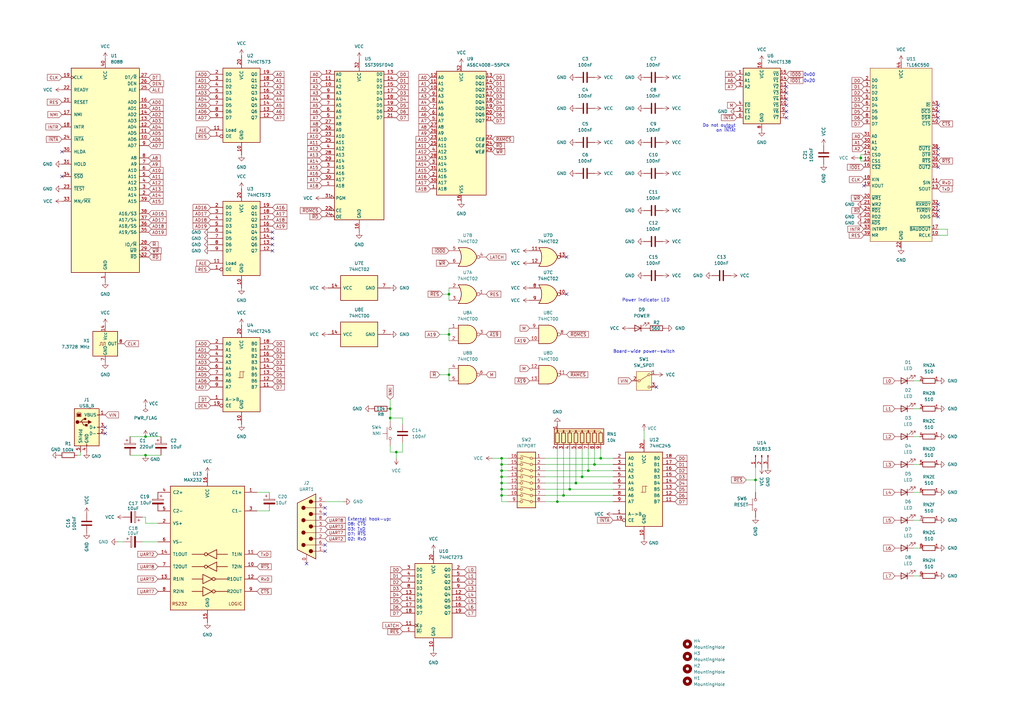
<source format=kicad_sch>
(kicad_sch (version 20250114) (generator "eeschema") (generator_version "9.0")
  (paper "A3")
  (lib_symbols
    (symbol "74xx:74HC00" (pin_names (offset 1.016))
      (property "Reference" "U" (at 0 1.27 0))
      (property "Value" "74HC00" (at 0 -1.27 0))
      (symbol "74HC00_1_1"
        (pin input line (at -7.62 2.54 0) (length 3.81) (name "~") (number "1"))
        (pin input line (at -7.62 -2.54 0) (length 3.81) (name "~") (number "2"))
        (pin output inverted (at 7.62 0 180) (length 3.81) (name "~") (number "3"))
      )
      (symbol "74HC00_1_2"
        (pin input inverted (at -7.62 2.54 0) (length 4.318) (name "~") (number "1"))
        (pin input inverted (at -7.62 -2.54 0) (length 4.318) (name "~") (number "2"))
        (pin output line (at 7.62 0 180) (length 3.81) (name "~") (number "3"))
      )
      (symbol "74HC00_2_1"
        (pin input line (at -7.62 2.54 0) (length 3.81) (name "~") (number "4"))
        (pin input line (at -7.62 -2.54 0) (length 3.81) (name "~") (number "5"))
        (pin output inverted (at 7.62 0 180) (length 3.81) (name "~") (number "6"))
      )
      (symbol "74HC00_2_2"
        (pin input inverted (at -7.62 2.54 0) (length 4.318) (name "~") (number "4"))
        (pin input inverted (at -7.62 -2.54 0) (length 4.318) (name "~") (number "5"))
        (pin output line (at 7.62 0 180) (length 3.81) (name "~") (number "6"))
      )
      (symbol "74HC00_3_1"
        (pin input line (at -7.62 2.54 0) (length 3.81) (name "~") (number "9"))
        (pin input line (at -7.62 -2.54 0) (length 3.81) (name "~") (number "10"))
        (pin output inverted (at 7.62 0 180) (length 3.81) (name "~") (number "8"))
      )
      (symbol "74HC00_3_2"
        (pin input inverted (at -7.62 2.54 0) (length 4.318) (name "~") (number "9"))
        (pin input inverted (at -7.62 -2.54 0) (length 4.318) (name "~") (number "10"))
        (pin output line (at 7.62 0 180) (length 3.81) (name "~") (number "8"))
      )
      (symbol "74HC00_4_1"
        (pin input line (at -7.62 2.54 0) (length 3.81) (name "~") (number "12"))
        (pin input line (at -7.62 -2.54 0) (length 3.81) (name "~") (number "13"))
        (pin output inverted (at 7.62 0 180) (length 3.81) (name "~") (number "11"))
      )
      (symbol "74HC00_4_2"
        (pin input inverted (at -7.62 2.54 0) (length 4.318) (name "~") (number "12"))
        (pin input inverted (at -7.62 -2.54 0) (length 4.318) (name "~") (number "13"))
        (pin output line (at 7.62 0 180) (length 3.81) (name "~") (number "11"))
      )
      (symbol "74HC00_5_0"
        (pin power_in line (at 0 12.7 270) (length 5.08) (name "VCC") (number "14"))
        (pin power_in line (at 0 -12.7 90) (length 5.08) (name "GND") (number "7"))
      )
    )
    (symbol "74xx:74HC02" (pin_names (offset 1.016))
      (property "Reference" "U" (at 0 1.27 0))
      (property "Value" "74HC02" (at 0 -1.27 0))
      (symbol "74HC02_1_1"
        (pin input line (at -7.62 2.54 0) (length 4.318) (name "~") (number "2"))
        (pin input line (at -7.62 -2.54 0) (length 4.318) (name "~") (number "3"))
        (pin output inverted (at 7.62 0 180) (length 3.81) (name "~") (number "1"))
      )
      (symbol "74HC02_1_2"
        (pin input inverted (at -7.62 2.54 0) (length 3.81) (name "~") (number "2"))
        (pin input inverted (at -7.62 -2.54 0) (length 3.81) (name "~") (number "3"))
        (pin output line (at 7.62 0 180) (length 3.81) (name "~") (number "1"))
      )
      (symbol "74HC02_2_1"
        (pin input line (at -7.62 2.54 0) (length 4.318) (name "~") (number "5"))
        (pin input line (at -7.62 -2.54 0) (length 4.318) (name "~") (number "6"))
        (pin output inverted (at 7.62 0 180) (length 3.81) (name "~") (number "4"))
      )
      (symbol "74HC02_2_2"
        (pin input inverted (at -7.62 2.54 0) (length 3.81) (name "~") (number "5"))
        (pin input inverted (at -7.62 -2.54 0) (length 3.81) (name "~") (number "6"))
        (pin output line (at 7.62 0 180) (length 3.81) (name "~") (number "4"))
      )
      (symbol "74HC02_3_1"
        (pin input line (at -7.62 2.54 0) (length 4.318) (name "~") (number "8"))
        (pin input line (at -7.62 -2.54 0) (length 4.318) (name "~") (number "9"))
        (pin output inverted (at 7.62 0 180) (length 3.81) (name "~") (number "10"))
      )
      (symbol "74HC02_3_2"
        (pin input inverted (at -7.62 2.54 0) (length 3.81) (name "~") (number "8"))
        (pin input inverted (at -7.62 -2.54 0) (length 3.81) (name "~") (number "9"))
        (pin output line (at 7.62 0 180) (length 3.81) (name "~") (number "10"))
      )
      (symbol "74HC02_4_1"
        (pin input line (at -7.62 2.54 0) (length 4.318) (name "~") (number "11"))
        (pin input line (at -7.62 -2.54 0) (length 4.318) (name "~") (number "12"))
        (pin output inverted (at 7.62 0 180) (length 3.81) (name "~") (number "13"))
      )
      (symbol "74HC02_4_2"
        (pin input inverted (at -7.62 2.54 0) (length 3.81) (name "~") (number "11"))
        (pin input inverted (at -7.62 -2.54 0) (length 3.81) (name "~") (number "12"))
        (pin output line (at 7.62 0 180) (length 3.81) (name "~") (number "13"))
      )
      (symbol "74HC02_5_0"
        (pin power_in line (at 0 12.7 270) (length 5.08) (name "VCC") (number "14"))
        (pin power_in line (at 0 -12.7 90) (length 5.08) (name "GND") (number "7"))
      )
    )
    (symbol "74xx:74HC138"
      (property "Reference" "U" (at -7.62 13.97 0))
      (property "Value" "74HC138" (at 2.54 -11.43 0))
      (symbol "74HC138_1_1"
        (pin input line (at -10.16 10.16 0) (length 2.54) (name "A0") (number "1"))
        (pin input line (at -10.16 7.62 0) (length 2.54) (name "A1") (number "2"))
        (pin input line (at -10.16 5.08 0) (length 2.54) (name "A2") (number "3"))
        (pin input line (at -10.16 -2.54 0) (length 2.54) (name "~{E0}") (number "4"))
        (pin input line (at -10.16 -5.08 0) (length 2.54) (name "~{E1}") (number "5"))
        (pin input line (at -10.16 -7.62 0) (length 2.54) (name "E2") (number "6"))
        (pin power_in line (at 0 15.24 270) (length 2.54) (name "VCC") (number "16"))
        (pin power_in line (at 0 -12.7 90) (length 2.54) (name "GND") (number "8"))
        (pin output line (at 10.16 10.16 180) (length 2.54) (name "~{Y0}") (number "15"))
        (pin output line (at 10.16 7.62 180) (length 2.54) (name "~{Y1}") (number "14"))
        (pin output line (at 10.16 5.08 180) (length 2.54) (name "~{Y2}") (number "13"))
        (pin output line (at 10.16 2.54 180) (length 2.54) (name "~{Y3}") (number "12"))
        (pin output line (at 10.16 0 180) (length 2.54) (name "~{Y4}") (number "11"))
        (pin output line (at 10.16 -2.54 180) (length 2.54) (name "~{Y5}") (number "10"))
        (pin output line (at 10.16 -5.08 180) (length 2.54) (name "~{Y6}") (number "9"))
        (pin output line (at 10.16 -7.62 180) (length 2.54) (name "~{Y7}") (number "7"))
      )
    )
    (symbol "74xx:74HC245" (pin_names (offset 1.016))
      (property "Reference" "U" (at -7.62 16.51 0))
      (property "Value" "74HC245" (at -7.62 -16.51 0))
      (symbol "74HC245_1_0"
        (pin tri_state line (at -12.7 12.7 0) (length 5.08) (name "A0") (number "2"))
        (pin tri_state line (at -12.7 10.16 0) (length 5.08) (name "A1") (number "3"))
        (pin tri_state line (at -12.7 7.62 0) (length 5.08) (name "A2") (number "4"))
        (pin tri_state line (at -12.7 5.08 0) (length 5.08) (name "A3") (number "5"))
        (pin tri_state line (at -12.7 2.54 0) (length 5.08) (name "A4") (number "6"))
        (pin tri_state line (at -12.7 0 0) (length 5.08) (name "A5") (number "7"))
        (pin tri_state line (at -12.7 -2.54 0) (length 5.08) (name "A6") (number "8"))
        (pin tri_state line (at -12.7 -5.08 0) (length 5.08) (name "A7") (number "9"))
        (pin input line (at -12.7 -10.16 0) (length 5.08) (name "A->B") (number "1"))
        (pin input inverted (at -12.7 -12.7 0) (length 5.08) (name "CE") (number "19"))
        (pin power_in line (at 0 20.32 270) (length 5.08) (name "VCC") (number "20"))
        (pin power_in line (at 0 -20.32 90) (length 5.08) (name "GND") (number "10"))
        (pin tri_state line (at 12.7 12.7 180) (length 5.08) (name "B0") (number "18"))
        (pin tri_state line (at 12.7 10.16 180) (length 5.08) (name "B1") (number "17"))
        (pin tri_state line (at 12.7 7.62 180) (length 5.08) (name "B2") (number "16"))
        (pin tri_state line (at 12.7 5.08 180) (length 5.08) (name "B3") (number "15"))
        (pin tri_state line (at 12.7 2.54 180) (length 5.08) (name "B4") (number "14"))
        (pin tri_state line (at 12.7 0 180) (length 5.08) (name "B5") (number "13"))
        (pin tri_state line (at 12.7 -2.54 180) (length 5.08) (name "B6") (number "12"))
        (pin tri_state line (at 12.7 -5.08 180) (length 5.08) (name "B7") (number "11"))
      )
    )
    (symbol "74xx:74HC273"
      (property "Reference" "U" (at -7.62 16.51 0))
      (property "Value" "74HC273" (at -7.62 -16.51 0))
      (symbol "74HC273_1_0"
        (pin input line (at -12.7 12.7 0) (length 5.08) (name "D0") (number "3"))
        (pin input line (at -12.7 10.16 0) (length 5.08) (name "D1") (number "4"))
        (pin input line (at -12.7 7.62 0) (length 5.08) (name "D2") (number "7"))
        (pin input line (at -12.7 5.08 0) (length 5.08) (name "D3") (number "8"))
        (pin input line (at -12.7 2.54 0) (length 5.08) (name "D4") (number "13"))
        (pin input line (at -12.7 0 0) (length 5.08) (name "D5") (number "14"))
        (pin input line (at -12.7 -2.54 0) (length 5.08) (name "D6") (number "17"))
        (pin input line (at -12.7 -5.08 0) (length 5.08) (name "D7") (number "18"))
        (pin input clock (at -12.7 -10.16 0) (length 5.08) (name "Cp") (number "11"))
        (pin input line (at -12.7 -12.7 0) (length 5.08) (name "~{Mr}") (number "1"))
        (pin power_in line (at 0 20.32 270) (length 5.08) (name "VCC") (number "20"))
        (pin power_in line (at 0 -20.32 90) (length 5.08) (name "GND") (number "10"))
        (pin output line (at 12.7 12.7 180) (length 5.08) (name "Q0") (number "2"))
        (pin output line (at 12.7 10.16 180) (length 5.08) (name "Q1") (number "5"))
        (pin output line (at 12.7 7.62 180) (length 5.08) (name "Q2") (number "6"))
        (pin output line (at 12.7 5.08 180) (length 5.08) (name "Q3") (number "9"))
        (pin output line (at 12.7 2.54 180) (length 5.08) (name "Q4") (number "12"))
        (pin output line (at 12.7 0 180) (length 5.08) (name "Q5") (number "15"))
        (pin output line (at 12.7 -2.54 180) (length 5.08) (name "Q6") (number "16"))
        (pin output line (at 12.7 -5.08 180) (length 5.08) (name "Q7") (number "19"))
      )
    )
    (symbol "74xx:74LS573" (pin_names (offset 1.016))
      (property "Reference" "U" (at -7.62 16.51 0))
      (property "Value" "74LS573" (at -7.62 -16.51 0))
      (symbol "74LS573_1_0"
        (pin input line (at -12.7 12.7 0) (length 5.08) (name "D0") (number "2"))
        (pin input line (at -12.7 10.16 0) (length 5.08) (name "D1") (number "3"))
        (pin input line (at -12.7 7.62 0) (length 5.08) (name "D2") (number "4"))
        (pin input line (at -12.7 5.08 0) (length 5.08) (name "D3") (number "5"))
        (pin input line (at -12.7 2.54 0) (length 5.08) (name "D4") (number "6"))
        (pin input line (at -12.7 0 0) (length 5.08) (name "D5") (number "7"))
        (pin input line (at -12.7 -2.54 0) (length 5.08) (name "D6") (number "8"))
        (pin input line (at -12.7 -5.08 0) (length 5.08) (name "D7") (number "9"))
        (pin input line (at -12.7 -10.16 0) (length 5.08) (name "Load") (number "11"))
        (pin input inverted (at -12.7 -12.7 0) (length 5.08) (name "OE") (number "1"))
        (pin power_in line (at 0 20.32 270) (length 5.08) (name "VCC") (number "20"))
        (pin power_in line (at 0 -20.32 90) (length 5.08) (name "GND") (number "10"))
        (pin tri_state line (at 12.7 12.7 180) (length 5.08) (name "Q0") (number "19"))
        (pin tri_state line (at 12.7 10.16 180) (length 5.08) (name "Q1") (number "18"))
        (pin tri_state line (at 12.7 7.62 180) (length 5.08) (name "Q2") (number "17"))
        (pin tri_state line (at 12.7 5.08 180) (length 5.08) (name "Q3") (number "16"))
        (pin tri_state line (at 12.7 2.54 180) (length 5.08) (name "Q4") (number "15"))
        (pin tri_state line (at 12.7 0 180) (length 5.08) (name "Q5") (number "14"))
        (pin tri_state line (at 12.7 -2.54 180) (length 5.08) (name "Q6") (number "13"))
        (pin tri_state line (at 12.7 -5.08 180) (length 5.08) (name "Q7") (number "12"))
      )
    )
    (symbol "Connector:Conn_01x03_Pin" (pin_names (offset 1.016) (hide yes))
      (property "Reference" "J" (at 0 5.08 0))
      (property "Value" "Conn_01x03_Pin" (at 0 -5.08 0))
      (symbol "Conn_01x03_Pin_1_1"
        (pin passive line (at 5.08 2.54 180) (length 3.81) (name "Pin_1") (number "1"))
        (pin passive line (at 5.08 0 180) (length 3.81) (name "Pin_2") (number "2"))
        (pin passive line (at 5.08 -2.54 180) (length 3.81) (name "Pin_3") (number "3"))
      )
    )
    (symbol "Connector:DE9_Pins_MountingHoles" (pin_names (offset 1.016) (hide yes))
      (property "Reference" "J" (at 0 16.51 0))
      (property "Value" "DE9_Pins_MountingHoles" (at 0 14.605 0))
      (symbol "DE9_Pins_MountingHoles_1_1"
        (pin passive line (at -7.62 10.16 0) (length 3.81) (name "5") (number "5"))
        (pin passive line (at -7.62 7.62 0) (length 3.81) (name "9") (number "9"))
        (pin passive line (at -7.62 5.08 0) (length 3.81) (name "4") (number "4"))
        (pin passive line (at -7.62 2.54 0) (length 3.81) (name "8") (number "8"))
        (pin passive line (at -7.62 0 0) (length 3.81) (name "3") (number "3"))
        (pin passive line (at -7.62 -2.54 0) (length 3.81) (name "7") (number "7"))
        (pin passive line (at -7.62 -5.08 0) (length 3.81) (name "2") (number "2"))
        (pin passive line (at -7.62 -7.62 0) (length 3.81) (name "6") (number "6"))
        (pin passive line (at -7.62 -10.16 0) (length 3.81) (name "1") (number "1"))
        (pin passive line (at 0 -15.24 90) (length 3.81) (name "PAD") (number "0"))
      )
    )
    (symbol "Connector:USB_B" (pin_names (offset 1.016))
      (property "Reference" "J" (at -5.08 11.43 0))
      (property "Value" "USB_B" (at -5.08 8.89 0))
      (symbol "USB_B_1_1"
        (pin passive line (at -2.54 -10.16 90) (length 2.54) (name "Shield") (number "5"))
        (pin power_out line (at 0 -10.16 90) (length 2.54) (name "GND") (number "4"))
        (pin power_out line (at 7.62 5.08 180) (length 2.54) (name "VBUS") (number "1"))
        (pin bidirectional line (at 7.62 0 180) (length 2.54) (name "D+") (number "3"))
        (pin bidirectional line (at 7.62 -2.54 180) (length 2.54) (name "D-") (number "2"))
      )
    )
    (symbol "Device:C" (pin_numbers (hide yes)) (pin_names (offset 0.254))
      (property "Reference" "C" (at 0.635 2.54 0))
      (property "Value" "C" (at 0.635 -2.54 0))
      (symbol "C_1_1"
        (pin passive line (at 0 3.81 270) (length 2.794) (name "~") (number "1"))
        (pin passive line (at 0 -3.81 90) (length 2.794) (name "~") (number "2"))
      )
    )
    (symbol "Device:C_Polarized" (pin_numbers (hide yes)) (pin_names (offset 0.254))
      (property "Reference" "C" (at 0.635 2.54 0))
      (property "Value" "C_Polarized" (at 0.635 -2.54 0))
      (symbol "C_Polarized_1_1"
        (pin passive line (at 0 3.81 270) (length 2.794) (name "~") (number "1"))
        (pin passive line (at 0 -3.81 90) (length 2.794) (name "~") (number "2"))
      )
    )
    (symbol "Device:LED" (pin_numbers (hide yes)) (pin_names (offset 1.016) (hide yes))
      (property "Reference" "D" (at 0 2.54 0))
      (property "Value" "LED" (at 0 -2.54 0))
      (symbol "LED_1_1"
        (pin passive line (at -3.81 0 0) (length 2.54) (name "K") (number "1"))
        (pin passive line (at 3.81 0 180) (length 2.54) (name "A") (number "2"))
      )
    )
    (symbol "Device:R" (pin_numbers (hide yes)) (pin_names (offset 0))
      (property "Reference" "R" (at 2.032 0 90))
      (property "Value" "R" (at 0 0 90))
      (symbol "R_1_1"
        (pin passive line (at 0 3.81 270) (length 1.27) (name "~") (number "1"))
        (pin passive line (at 0 -3.81 90) (length 1.27) (name "~") (number "2"))
      )
    )
    (symbol "Device:R_Network08" (pin_names (offset 0) (hide yes))
      (property "Reference" "RN" (at -12.7 0 90))
      (property "Value" "R_Network08" (at 10.16 0 90))
      (symbol "R_Network08_1_1"
        (pin passive line (at -10.16 5.08 270) (length 2.54) (name "common") (number "1"))
        (pin passive line (at -10.16 -5.08 90) (length 1.27) (name "R1") (number "2"))
        (pin passive line (at -7.62 -5.08 90) (length 1.27) (name "R2") (number "3"))
        (pin passive line (at -5.08 -5.08 90) (length 1.27) (name "R3") (number "4"))
        (pin passive line (at -2.54 -5.08 90) (length 1.27) (name "R4") (number "5"))
        (pin passive line (at 0 -5.08 90) (length 1.27) (name "R5") (number "6"))
        (pin passive line (at 2.54 -5.08 90) (length 1.27) (name "R6") (number "7"))
        (pin passive line (at 5.08 -5.08 90) (length 1.27) (name "R7") (number "8"))
        (pin passive line (at 7.62 -5.08 90) (length 1.27) (name "R8") (number "9"))
      )
    )
    (symbol "Device:R_Network08_Split" (pin_names (offset 0) (hide yes))
      (property "Reference" "RN" (at 2.032 0 90))
      (property "Value" "R_Network08_Split" (at 0 0 90))
      (symbol "R_Network08_Split_0_1"
        (pin passive line (at 0 3.81 270) (length 1.27) (name "R1") (number "1"))
      )
      (symbol "R_Network08_Split_1_1"
        (pin passive line (at 0 -3.81 90) (length 1.27) (name "R1.2") (number "2"))
      )
      (symbol "R_Network08_Split_2_1"
        (pin passive line (at 0 -3.81 90) (length 1.27) (name "R2.2") (number "3"))
      )
      (symbol "R_Network08_Split_3_1"
        (pin passive line (at 0 -3.81 90) (length 1.27) (name "R3.2") (number "4"))
      )
      (symbol "R_Network08_Split_4_1"
        (pin passive line (at 0 -3.81 90) (length 1.27) (name "R4.2") (number "5"))
      )
      (symbol "R_Network08_Split_5_1"
        (pin passive line (at 0 -3.81 90) (length 1.27) (name "R5.2") (number "6"))
      )
      (symbol "R_Network08_Split_6_1"
        (pin passive line (at 0 -3.81 90) (length 1.27) (name "R6.2") (number "7"))
      )
      (symbol "R_Network08_Split_7_1"
        (pin passive line (at 0 -3.81 90) (length 1.27) (name "R7.2") (number "8"))
      )
      (symbol "R_Network08_Split_8_1"
        (pin passive line (at 0 -3.81 90) (length 1.27) (name "R8.2") (number "9"))
      )
    )
    (symbol "Interface_UART:MAX232" (pin_names (offset 1.016))
      (property "Reference" "U" (at -2.54 28.575 0))
      (property "Value" "MAX232" (at -2.54 26.67 0))
      (symbol "MAX232_0_0"
        (text "LOGIC" (at -11.43 -22.86 0) (effects (font (size 1.27 1.27))))
        (text "RS232" (at 11.43 -22.86 0) (effects (font (size 1.27 1.27))))
      )
      (symbol "MAX232_1_1"
        (pin passive line (at -20.32 22.86 0) (length 5.08) (name "C1+") (number "1"))
        (pin passive line (at -20.32 15.24 0) (length 5.08) (name "C1-") (number "3"))
        (pin input line (at -20.32 -2.54 0) (length 5.08) (name "T1IN") (number "11"))
        (pin input line (at -20.32 -7.62 0) (length 5.08) (name "T2IN") (number "10"))
        (pin output line (at -20.32 -12.7 0) (length 5.08) (name "R1OUT") (number "12"))
        (pin output line (at -20.32 -17.78 0) (length 5.08) (name "R2OUT") (number "9"))
        (pin power_in line (at 0 30.48 270) (length 5.08) (name "VCC") (number "16"))
        (pin power_in line (at 0 -30.48 90) (length 5.08) (name "GND") (number "15"))
        (pin passive line (at 20.32 22.86 180) (length 5.08) (name "C2+") (number "4"))
        (pin passive line (at 20.32 15.24 180) (length 5.08) (name "C2-") (number "5"))
        (pin power_out line (at 20.32 10.16 180) (length 5.08) (name "VS+") (number "2"))
        (pin power_out line (at 20.32 2.54 180) (length 5.08) (name "VS-") (number "6"))
        (pin output line (at 20.32 -2.54 180) (length 5.08) (name "T1OUT") (number "14"))
        (pin output line (at 20.32 -7.62 180) (length 5.08) (name "T2OUT") (number "7"))
        (pin input line (at 20.32 -12.7 180) (length 5.08) (name "R1IN") (number "13"))
        (pin input line (at 20.32 -17.78 180) (length 5.08) (name "R2IN") (number "8"))
      )
    )
    (symbol "MCU_Intel:8088" (pin_names (offset 1.016))
      (property "Reference" "U" (at -12.7 43.18 0))
      (property "Value" "8088" (at 10.16 43.18 0))
      (symbol "8088_1_1"
        (pin input clock (at -17.78 38.1 0) (length 3.81) (name "CLK") (number "19"))
        (pin input line (at -17.78 33.02 0) (length 3.81) (name "READY") (number "22"))
        (pin input line (at -17.78 27.94 0) (length 3.81) (name "RESET") (number "21"))
        (pin input line (at -17.78 22.86 0) (length 3.81) (name "NMI") (number "17"))
        (pin input line (at -17.78 17.78 0) (length 3.81) (name "INTR") (number "18"))
        (pin output line (at -17.78 12.7 0) (length 3.81) (name "~{INTA}") (number "24"))
        (pin output line (at -17.78 7.62 0) (length 3.81) (name "HLDA") (number "30"))
        (pin input line (at -17.78 2.54 0) (length 3.81) (name "HOLD") (number "31"))
        (pin output line (at -17.78 -2.54 0) (length 3.81) (name "~{SSO}") (number "34"))
        (pin input line (at -17.78 -7.62 0) (length 3.81) (name "~{TEST}") (number "23"))
        (pin input line (at -17.78 -12.7 0) (length 3.81) (name "MN/~{MX}") (number "33"))
        (pin power_in line (at 0 45.72 270) (length 3.81) (name "VCC") (number "40"))
        (pin power_in line (at 0 -45.72 90) (length 3.81) (name "GND") (number "1"))
        (pin passive line (at 0 -45.72 90) (length 3.81) (hide yes) (name "GND") (number "20"))
        (pin output line (at 17.78 38.1 180) (length 3.81) (name "DT/~{R}") (number "27"))
        (pin output line (at 17.78 35.56 180) (length 3.81) (name "DEN") (number "26"))
        (pin output line (at 17.78 33.02 180) (length 3.81) (name "ALE") (number "25"))
        (pin bidirectional line (at 17.78 27.94 180) (length 3.81) (name "AD0") (number "16"))
        (pin bidirectional line (at 17.78 25.4 180) (length 3.81) (name "AD1") (number "15"))
        (pin bidirectional line (at 17.78 22.86 180) (length 3.81) (name "AD2") (number "14"))
        (pin bidirectional line (at 17.78 20.32 180) (length 3.81) (name "AD3") (number "13"))
        (pin bidirectional line (at 17.78 17.78 180) (length 3.81) (name "AD4") (number "12"))
        (pin bidirectional line (at 17.78 15.24 180) (length 3.81) (name "AD5") (number "11"))
        (pin bidirectional line (at 17.78 12.7 180) (length 3.81) (name "AD6") (number "10"))
        (pin bidirectional line (at 17.78 10.16 180) (length 3.81) (name "AD7") (number "9"))
        (pin output line (at 17.78 5.08 180) (length 3.81) (name "A8") (number "8"))
        (pin output line (at 17.78 2.54 180) (length 3.81) (name "A9") (number "7"))
        (pin output line (at 17.78 0 180) (length 3.81) (name "A10") (number "6"))
        (pin output line (at 17.78 -2.54 180) (length 3.81) (name "A11") (number "5"))
        (pin output line (at 17.78 -5.08 180) (length 3.81) (name "A12") (number "4"))
        (pin output line (at 17.78 -7.62 180) (length 3.81) (name "A13") (number "3"))
        (pin output line (at 17.78 -10.16 180) (length 3.81) (name "A14") (number "2"))
        (pin output line (at 17.78 -12.7 180) (length 3.81) (name "A15") (number "39"))
        (pin output line (at 17.78 -17.78 180) (length 3.81) (name "A16/S3") (number "38"))
        (pin output line (at 17.78 -20.32 180) (length 3.81) (name "A17/S4") (number "37"))
        (pin output line (at 17.78 -22.86 180) (length 3.81) (name "A18/S5") (number "36"))
        (pin output line (at 17.78 -25.4 180) (length 3.81) (name "A19/S6") (number "35"))
        (pin output line (at 17.78 -30.48 180) (length 3.81) (name "IO/~{M}") (number "28"))
        (pin output line (at 17.78 -33.02 180) (length 3.81) (name "~{WR}") (number "29"))
        (pin output output_low (at 17.78 -35.56 180) (length 3.81) (name "~{RD}") (number "32"))
      )
    )
    (symbol "Mechanical:MountingHole" (pin_names (offset 1.016)) (in_bom no)
      (property "Reference" "H" (at 0 5.08 0))
      (property "Value" "MountingHole" (at 0 3.175 0))
    )
    (symbol "Memory_Flash:SST39SF040"
      (property "Reference" "U" (at 2.54 33.02 0))
      (property "Value" "SST39SF040" (at 0 -30.48 0))
      (symbol "SST39SF040_0_0"
        (pin power_in line (at 0 36.83 270) (length 5.08) (name "VCC") (number "32"))
        (pin power_in line (at 0 -34.29 90) (length 5.08) (name "GND") (number "16"))
      )
      (symbol "SST39SF040_1_1"
        (pin input line (at -15.24 30.48 0) (length 5.08) (name "A0") (number "12"))
        (pin input line (at -15.24 27.94 0) (length 5.08) (name "A1") (number "11"))
        (pin input line (at -15.24 25.4 0) (length 5.08) (name "A2") (number "10"))
        (pin input line (at -15.24 22.86 0) (length 5.08) (name "A3") (number "9"))
        (pin input line (at -15.24 20.32 0) (length 5.08) (name "A4") (number "8"))
        (pin input line (at -15.24 17.78 0) (length 5.08) (name "A5") (number "7"))
        (pin input line (at -15.24 15.24 0) (length 5.08) (name "A6") (number "6"))
        (pin input line (at -15.24 12.7 0) (length 5.08) (name "A7") (number "5"))
        (pin input line (at -15.24 10.16 0) (length 5.08) (name "A8") (number "27"))
        (pin input line (at -15.24 7.62 0) (length 5.08) (name "A9") (number "26"))
        (pin input line (at -15.24 5.08 0) (length 5.08) (name "A10") (number "23"))
        (pin input line (at -15.24 2.54 0) (length 5.08) (name "A11") (number "25"))
        (pin input line (at -15.24 0 0) (length 5.08) (name "A12") (number "4"))
        (pin input line (at -15.24 -2.54 0) (length 5.08) (name "A13") (number "28"))
        (pin input line (at -15.24 -5.08 0) (length 5.08) (name "A14") (number "29"))
        (pin input line (at -15.24 -7.62 0) (length 5.08) (name "A15") (number "3"))
        (pin input line (at -15.24 -10.16 0) (length 5.08) (name "A16") (number "2"))
        (pin input line (at -15.24 -12.7 0) (length 5.08) (name "A17") (number "30"))
        (pin input line (at -15.24 -15.24 0) (length 5.08) (name "A18") (number "1"))
        (pin input input_low (at -15.24 -20.32 0) (length 5.08) (name "PGM") (number "31"))
        (pin input input_low (at -15.24 -25.4 0) (length 5.08) (name "CE") (number "22"))
        (pin input input_low (at -15.24 -27.94 0) (length 5.08) (name "OE") (number "24"))
        (pin tri_state line (at 15.24 30.48 180) (length 5.08) (name "D0") (number "13"))
        (pin tri_state line (at 15.24 27.94 180) (length 5.08) (name "D1") (number "14"))
        (pin tri_state line (at 15.24 25.4 180) (length 5.08) (name "D2") (number "15"))
        (pin tri_state line (at 15.24 22.86 180) (length 5.08) (name "D3") (number "17"))
        (pin tri_state line (at 15.24 20.32 180) (length 5.08) (name "D4") (number "18"))
        (pin tri_state line (at 15.24 17.78 180) (length 5.08) (name "D5") (number "19"))
        (pin tri_state line (at 15.24 15.24 180) (length 5.08) (name "D6") (number "20"))
        (pin tri_state line (at 15.24 12.7 180) (length 5.08) (name "D7") (number "21"))
      )
    )
    (symbol "Memory_RAM:AS6C4008-55PCN"
      (property "Reference" "U" (at -10.16 26.035 0))
      (property "Value" "AS6C4008-55PCN" (at 2.54 26.035 0))
      (symbol "AS6C4008-55PCN_0_0"
        (pin power_in line (at 0 27.94 270) (length 2.54) (name "VCC") (number "32"))
        (pin power_in line (at 0 -27.94 90) (length 2.54) (name "VSS") (number "16"))
      )
      (symbol "AS6C4008-55PCN_1_1"
        (pin input line (at -12.7 22.86 0) (length 2.54) (name "A0") (number "12"))
        (pin input line (at -12.7 20.32 0) (length 2.54) (name "A1") (number "11"))
        (pin input line (at -12.7 17.78 0) (length 2.54) (name "A2") (number "10"))
        (pin input line (at -12.7 15.24 0) (length 2.54) (name "A3") (number "9"))
        (pin input line (at -12.7 12.7 0) (length 2.54) (name "A4") (number "8"))
        (pin input line (at -12.7 10.16 0) (length 2.54) (name "A5") (number "7"))
        (pin input line (at -12.7 7.62 0) (length 2.54) (name "A6") (number "6"))
        (pin input line (at -12.7 5.08 0) (length 2.54) (name "A7") (number "5"))
        (pin input line (at -12.7 2.54 0) (length 2.54) (name "A8") (number "27"))
        (pin input line (at -12.7 0 0) (length 2.54) (name "A9") (number "26"))
        (pin input line (at -12.7 -2.54 0) (length 2.54) (name "A10") (number "23"))
        (pin input line (at -12.7 -5.08 0) (length 2.54) (name "A11") (number "25"))
        (pin input line (at -12.7 -7.62 0) (length 2.54) (name "A12") (number "4"))
        (pin input line (at -12.7 -10.16 0) (length 2.54) (name "A13") (number "28"))
        (pin input line (at -12.7 -12.7 0) (length 2.54) (name "A14") (number "3"))
        (pin input line (at -12.7 -15.24 0) (length 2.54) (name "A15") (number "31"))
        (pin input line (at -12.7 -17.78 0) (length 2.54) (name "A16") (number "2"))
        (pin input line (at -12.7 -20.32 0) (length 2.54) (name "A17") (number "30"))
        (pin input line (at -12.7 -22.86 0) (length 2.54) (name "A18") (number "1"))
        (pin tri_state line (at 12.7 22.86 180) (length 2.54) (name "DQ0") (number "13"))
        (pin tri_state line (at 12.7 20.32 180) (length 2.54) (name "DQ1") (number "14"))
        (pin tri_state line (at 12.7 17.78 180) (length 2.54) (name "DQ2") (number "15"))
        (pin tri_state line (at 12.7 15.24 180) (length 2.54) (name "DQ3") (number "17"))
        (pin tri_state line (at 12.7 12.7 180) (length 2.54) (name "DQ4") (number "18"))
        (pin tri_state line (at 12.7 10.16 180) (length 2.54) (name "DQ5") (number "19"))
        (pin tri_state line (at 12.7 7.62 180) (length 2.54) (name "DQ6") (number "20"))
        (pin tri_state line (at 12.7 5.08 180) (length 2.54) (name "DQ7") (number "21"))
        (pin input line (at 12.7 -2.54 180) (length 2.54) (name "CE#") (number "22"))
        (pin input line (at 12.7 -5.08 180) (length 2.54) (name "OE#") (number "24"))
        (pin input line (at 12.7 -7.62 180) (length 2.54) (name "WE#") (number "29"))
      )
    )
    (symbol "Oscillator:TCXO-14" (pin_names (offset 0.254))
      (property "Reference" "Y" (at -5.08 6.35 0))
      (property "Value" "TCXO-14" (at 1.27 -6.35 0))
      (symbol "TCXO-14_1_1"
        (pin no_connect line (at -5.08 2.54 0) (length 2.54) (hide yes) (name "NC") (number "1"))
        (pin power_in line (at 0 7.62 270) (length 2.54) (name "Vcc") (number "14"))
        (pin power_in line (at 0 -7.62 90) (length 2.54) (name "GND") (number "7"))
        (pin output line (at 7.62 0 180) (length 2.54) (name "OUT") (number "8"))
      )
    )
    (symbol "Switch:SW_DIP_x08" (pin_names (offset 0) (hide yes))
      (property "Reference" "SW" (at 0 13.97 0))
      (property "Value" "SW_DIP_x08" (at 0 -11.43 0))
      (symbol "SW_DIP_x08_1_1"
        (pin passive line (at -7.62 10.16 0) (length 5.08) (name "~") (number "1"))
        (pin passive line (at -7.62 7.62 0) (length 5.08) (name "~") (number "2"))
        (pin passive line (at -7.62 5.08 0) (length 5.08) (name "~") (number "3"))
        (pin passive line (at -7.62 2.54 0) (length 5.08) (name "~") (number "4"))
        (pin passive line (at -7.62 0 0) (length 5.08) (name "~") (number "5"))
        (pin passive line (at -7.62 -2.54 0) (length 5.08) (name "~") (number "6"))
        (pin passive line (at -7.62 -5.08 0) (length 5.08) (name "~") (number "7"))
        (pin passive line (at -7.62 -7.62 0) (length 5.08) (name "~") (number "8"))
        (pin passive line (at 7.62 10.16 180) (length 5.08) (name "~") (number "16"))
        (pin passive line (at 7.62 7.62 180) (length 5.08) (name "~") (number "15"))
        (pin passive line (at 7.62 5.08 180) (length 5.08) (name "~") (number "14"))
        (pin passive line (at 7.62 2.54 180) (length 5.08) (name "~") (number "13"))
        (pin passive line (at 7.62 0 180) (length 5.08) (name "~") (number "12"))
        (pin passive line (at 7.62 -2.54 180) (length 5.08) (name "~") (number "11"))
        (pin passive line (at 7.62 -5.08 180) (length 5.08) (name "~") (number "10"))
        (pin passive line (at 7.62 -7.62 180) (length 5.08) (name "~") (number "9"))
      )
    )
    (symbol "Switch:SW_Push" (pin_numbers (hide yes)) (pin_names (offset 1.016) (hide yes))
      (property "Reference" "SW" (at 1.27 2.54 0))
      (property "Value" "SW_Push" (at 0 -1.524 0))
      (symbol "SW_Push_0_1"
        (pin passive line (at -5.08 0 0) (length 2.54) (name "1") (number "1"))
        (pin passive line (at 5.08 0 180) (length 2.54) (name "2") (number "2"))
      )
    )
    (symbol "Switch:SW_SPDT" (pin_names (offset 0) (hide yes))
      (property "Reference" "SW" (at 0 5.08 0))
      (property "Value" "SW_SPDT" (at 0 -5.08 0))
      (symbol "SW_SPDT_1_1"
        (pin passive line (at -5.08 0 0) (length 2.54) (name "B") (number "2"))
        (pin passive line (at 5.08 2.54 180) (length 2.54) (name "A") (number "1"))
        (pin passive line (at 5.08 -2.54 180) (length 2.54) (name "C") (number "3"))
      )
    )
    (symbol "power:GND" (power) (pin_numbers (hide yes)) (pin_names (offset 0) (hide yes))
      (property "Value" "GND" (at 0 -3.81 0))
      (symbol "GND_1_1"
        (pin power_in line (at 0 0 270) (length 0) (name "~") (number "1"))
      )
    )
    (symbol "power:PWR_FLAG" (power) (pin_numbers (hide yes)) (pin_names (offset 0) (hide yes))
      (property "Value" "PWR_FLAG" (at 0 3.81 0))
      (symbol "PWR_FLAG_0_0"
        (pin power_out line (at 0 0 90) (length 0) (name "~") (number "1"))
      )
    )
    (symbol "power:VCC" (power) (pin_numbers (hide yes)) (pin_names (offset 0) (hide yes))
      (property "Value" "VCC" (at 0 3.556 0))
      (symbol "VCC_1_1"
        (pin power_in line (at 0 0 90) (length 0) (name "~") (number "1"))
      )
    )
    (symbol "tl16c550:TL16C550C-FN"
      (property "Reference" "U" (at 2.032 35.56 0))
      (symbol "TL16C550C-FN_1_1"
        (pin input line (at -15.24 29.21 0) (length 2.54) (name "D0") (number "2"))
        (pin input line (at -15.24 26.67 0) (length 2.54) (name "D1") (number "3"))
        (pin input line (at -15.24 24.13 0) (length 2.54) (name "D2") (number "4"))
        (pin input line (at -15.24 21.59 0) (length 2.54) (name "D3") (number "5"))
        (pin input line (at -15.24 19.05 0) (length 2.54) (name "D4") (number "6"))
        (pin input line (at -15.24 16.51 0) (length 2.54) (name "D5") (number "7"))
        (pin input line (at -15.24 13.97 0) (length 2.54) (name "D6") (number "8"))
        (pin input line (at -15.24 11.43 0) (length 2.54) (name "D7") (number "9"))
        (pin input line (at -15.24 6.35 0) (length 2.54) (name "A0") (number "31"))
        (pin input line (at -15.24 3.81 0) (length 2.54) (name "A1") (number "30"))
        (pin input line (at -15.24 1.27 0) (length 2.54) (name "A2") (number "29"))
        (pin input line (at -15.24 -1.27 0) (length 2.54) (name "CS0") (number "14"))
        (pin input line (at -15.24 -3.81 0) (length 2.54) (name "CS1") (number "15"))
        (pin input line (at -15.24 -6.35 0) (length 2.54) (name "~{CS2}") (number "16"))
        (pin input line (at -15.24 -11.43 0) (length 2.54) (name "XIN") (number "18"))
        (pin input line (at -15.24 -13.97 0) (length 2.54) (name "XOUT") (number "19"))
        (pin input line (at -15.24 -19.05 0) (length 2.54) (name "~{WR1}") (number "20"))
        (pin input line (at -15.24 -21.59 0) (length 2.54) (name "WR2") (number "21"))
        (pin input line (at -15.24 -24.13 0) (length 2.54) (name "~{RD1}") (number "24"))
        (pin input line (at -15.24 -26.67 0) (length 2.54) (name "RD2") (number "25"))
        (pin input line (at -15.24 -29.21 0) (length 2.54) (name "~{ADS}") (number "28"))
        (pin output line (at -15.24 -31.75 0) (length 2.54) (name "INTRPT") (number "33"))
        (pin input line (at -15.24 -34.29 0) (length 2.54) (name "MR") (number "39"))
        (pin power_in line (at 0 36.83 270) (length 2.54) (name "VCC") (number "44"))
        (pin power_in line (at 0 -39.37 90) (length 2.54) (name "GND") (number "22"))
        (pin no_connect line (at 15.24 29.21 180) (length 2.54) (hide yes) (name "NC") (number "12"))
        (pin no_connect line (at 15.24 26.67 180) (length 2.54) (hide yes) (name "NC") (number "23"))
        (pin no_connect line (at 15.24 24.13 180) (length 2.54) (hide yes) (name "NC") (number "34"))
        (pin output line (at 15.24 19.05 180) (length 2.54) (name "~{RI}") (number "43"))
        (pin input line (at 15.24 16.51 180) (length 2.54) (name "~{DCD}") (number "42"))
        (pin input line (at 15.24 13.97 180) (length 2.54) (name "~{DSR}") (number "41"))
        (pin input line (at 15.24 11.43 180) (length 2.54) (name "~{CTS}") (number "40"))
        (pin output line (at 15.24 1.27 180) (length 2.54) (name "~{OUT1}") (number "38"))
        (pin output line (at 15.24 -1.27 180) (length 2.54) (name "~{DTR}") (number "37"))
        (pin output line (at 15.24 -3.81 180) (length 2.54) (name "~{RTS}") (number "36"))
        (pin output line (at 15.24 -6.35 180) (length 2.54) (name "~{OUT2}") (number "35"))
        (pin input line (at 15.24 -12.7 180) (length 2.54) (name "SIN") (number "11"))
        (pin output line (at 15.24 -15.24 180) (length 2.54) (name "SOUT") (number "13"))
        (pin output line (at 15.24 -21.59 180) (length 2.54) (name "~{RXRDY}") (number "32"))
        (pin output line (at 15.24 -24.13 180) (length 2.54) (name "~{TXRDY}") (number "27"))
        (pin output line (at 15.24 -26.67 180) (length 2.54) (name "DDIS") (number "26"))
        (pin output line (at 15.24 -31.75 180) (length 2.54) (name "~{BAUDOUT}") (number "17"))
        (pin input line (at 15.24 -34.29 180) (length 2.54) (name "RCLK") (number "10"))
      )
    )
  )
  (text "0x20" (at 331.978 33.274 0) (effects (font (size 1.27 1.27))))
  (text "Board-wide power-switch\n" (at 264.16 144.272 0) (effects (font (size 1.27 1.27))))
  (text "Do not output\non ~{INTA}!" (at 301.752 52.578 0) (effects (font (size 1.27 1.27)) (justify right)))
  (text "Power indicator LED" (at 264.922 123.19 0) (effects (font (size 1.27 1.27))))
  (text "0x00" (at 331.978 30.734 0) (effects (font (size 1.27 1.27))))
  (text "External hook-up:\n08: ~{CTS}\n03: TxD\n07: ~{RTS}\n02: RxD" (at 142.494 217.17 0) (effects (font (size 1.27 1.27)) (justify left)))
  (junction (at 205.74 200.66))
  (junction (at 353.06 64.77))
  (junction (at 205.74 187.96))
  (junction (at 184.15 153.67))
  (junction (at 309.88 196.85))
  (junction (at 59.69 186.69))
  (junction (at 205.74 193.04))
  (junction (at 228.6 205.74))
  (junction (at 241.3 193.04))
  (junction (at 246.38 187.96))
  (junction (at 59.69 179.07))
  (junction (at 231.14 203.2))
  (junction (at 205.74 198.12))
  (junction (at 205.74 190.5))
  (junction (at 233.68 200.66))
  (junction (at 184.15 120.65))
  (junction (at 238.76 195.58))
  (junction (at 205.74 195.58))
  (junction (at 160.02 167.64))
  (junction (at 205.74 203.2))
  (junction (at 184.15 137.16))
  (junction (at 160.02 171.45))
  (junction (at 236.22 198.12))
  (junction (at 162.56 185.42))
  (junction (at 243.84 190.5))
  (no_connect (at 125.73 231.14))
  (no_connect (at 384.81 45.72))
  (no_connect (at 133.35 208.28))
  (no_connect (at 384.81 48.26))
  (no_connect (at 111.76 95.25))
  (no_connect (at 111.76 102.87))
  (no_connect (at 384.81 60.96))
  (no_connect (at 384.81 86.36))
  (no_connect (at 25.4 72.39))
  (no_connect (at 269.24 158.75))
  (no_connect (at 384.81 83.82))
  (no_connect (at 111.76 97.79))
  (no_connect (at 133.35 210.82))
  (no_connect (at 133.35 226.06))
  (no_connect (at 43.18 177.8))
  (no_connect (at 25.4 62.23))
  (no_connect (at 384.81 88.9))
  (no_connect (at 232.41 105.41))
  (no_connect (at 322.58 38.1))
  (no_connect (at 43.18 175.26))
  (no_connect (at 133.35 223.52))
  (no_connect (at 111.76 100.33))
  (no_connect (at 232.41 120.65))
  (no_connect (at 384.81 43.18))
  (no_connect (at 322.58 48.26))
  (no_connect (at 322.58 40.64))
  (no_connect (at 322.58 43.18))
  (no_connect (at 322.58 45.72))
  (no_connect (at 384.81 68.58))
  (no_connect (at 354.33 76.2))
  (no_connect (at 384.81 63.5))
  (no_connect (at 322.58 35.56))
  (wire (pts (xy 160.02 171.45) (xy 165.1 171.45)))
  (wire (pts (xy 223.52 200.66) (xy 233.68 200.66)))
  (wire (pts (xy 184.15 151.13) (xy 184.15 153.67)))
  (wire (pts (xy 160.02 171.45) (xy 160.02 172.72)))
  (wire (pts (xy 384.81 96.52) (xy 388.62 96.52)))
  (wire (pts (xy 241.3 184.15) (xy 241.3 193.04)))
  (wire (pts (xy 160.02 182.88) (xy 160.02 185.42)))
  (wire (pts (xy 231.14 184.15) (xy 231.14 203.2)))
  (wire (pts (xy 353.06 64.77) (xy 353.06 63.5)))
  (wire (pts (xy 64.77 222.25) (xy 58.42 222.25)))
  (wire (pts (xy 53.34 179.07) (xy 59.69 179.07)))
  (wire (pts (xy 223.52 190.5) (xy 243.84 190.5)))
  (wire (pts (xy 377.19 156.21) (xy 374.65 156.21)))
  (wire (pts (xy 208.28 205.74) (xy 205.74 205.74)))
  (wire (pts (xy 50.8 222.25) (xy 48.26 222.25)))
  (wire (pts (xy 208.28 203.2) (xy 205.74 203.2)))
  (wire (pts (xy 377.19 167.64) (xy 374.65 167.64)))
  (wire (pts (xy 223.52 187.96) (xy 246.38 187.96)))
  (wire (pts (xy 53.34 186.69) (xy 59.69 186.69)))
  (wire (pts (xy 201.93 187.96) (xy 205.74 187.96)))
  (wire (pts (xy 162.56 185.42) (xy 165.1 185.42)))
  (wire (pts (xy 246.38 184.15) (xy 246.38 187.96)))
  (wire (pts (xy 246.38 187.96) (xy 251.46 187.96)))
  (wire (pts (xy 233.68 184.15) (xy 233.68 200.66)))
  (wire (pts (xy 208.28 193.04) (xy 205.74 193.04)))
  (wire (pts (xy 184.15 120.65) (xy 184.15 118.11)))
  (wire (pts (xy 184.15 153.67) (xy 184.15 156.21)))
  (wire (pts (xy 223.52 205.74) (xy 228.6 205.74)))
  (wire (pts (xy 353.06 66.04) (xy 353.06 64.77)))
  (wire (pts (xy 354.33 66.04) (xy 353.06 66.04)))
  (wire (pts (xy 208.28 190.5) (xy 205.74 190.5)))
  (wire (pts (xy 33.02 186.69) (xy 33.02 185.42)))
  (wire (pts (xy 180.34 137.16) (xy 184.15 137.16)))
  (wire (pts (xy 231.14 203.2) (xy 251.46 203.2)))
  (wire (pts (xy 377.19 179.07) (xy 374.65 179.07)))
  (wire (pts (xy 162.56 185.42) (xy 162.56 187.96)))
  (wire (pts (xy 228.6 184.15) (xy 228.6 205.74)))
  (wire (pts (xy 184.15 137.16) (xy 184.15 139.7)))
  (wire (pts (xy 233.68 200.66) (xy 251.46 200.66)))
  (wire (pts (xy 377.19 236.22) (xy 374.65 236.22)))
  (wire (pts (xy 377.19 224.79) (xy 374.65 224.79)))
  (wire (pts (xy 384.81 93.98) (xy 388.62 93.98)))
  (wire (pts (xy 306.07 196.85) (xy 309.88 196.85)))
  (wire (pts (xy 59.69 214.63) (xy 59.69 212.09)))
  (wire (pts (xy 309.88 196.85) (xy 309.88 201.93)))
  (wire (pts (xy 110.49 201.93) (xy 105.41 201.93)))
  (wire (pts (xy 184.15 137.16) (xy 184.15 134.62)))
  (wire (pts (xy 236.22 184.15) (xy 236.22 198.12)))
  (wire (pts (xy 238.76 184.15) (xy 238.76 195.58)))
  (wire (pts (xy 31.75 186.69) (xy 33.02 186.69)))
  (wire (pts (xy 377.19 201.93) (xy 374.65 201.93)))
  (wire (pts (xy 223.52 203.2) (xy 231.14 203.2)))
  (wire (pts (xy 208.28 200.66) (xy 205.74 200.66)))
  (wire (pts (xy 377.19 213.36) (xy 374.65 213.36)))
  (wire (pts (xy 160.02 167.64) (xy 160.02 171.45)))
  (wire (pts (xy 110.49 209.55) (xy 105.41 209.55)))
  (wire (pts (xy 180.34 153.67) (xy 184.15 153.67)))
  (wire (pts (xy 238.76 195.58) (xy 251.46 195.58)))
  (wire (pts (xy 353.06 63.5) (xy 354.33 63.5)))
  (wire (pts (xy 205.74 195.58) (xy 205.74 193.04)))
  (wire (pts (xy 59.69 212.09) (xy 58.42 212.09)))
  (wire (pts (xy 64.77 214.63) (xy 59.69 214.63)))
  (wire (pts (xy 208.28 195.58) (xy 205.74 195.58)))
  (wire (pts (xy 228.6 205.74) (xy 251.46 205.74)))
  (wire (pts (xy 223.52 193.04) (xy 241.3 193.04)))
  (wire (pts (xy 205.74 205.74) (xy 205.74 203.2)))
  (wire (pts (xy 184.15 120.65) (xy 184.15 123.19)))
  (wire (pts (xy 59.69 179.07) (xy 66.04 179.07)))
  (wire (pts (xy 205.74 198.12) (xy 205.74 195.58)))
  (wire (pts (xy 205.74 200.66) (xy 205.74 198.12)))
  (wire (pts (xy 160.02 185.42) (xy 162.56 185.42)))
  (wire (pts (xy 309.88 191.77) (xy 309.88 196.85)))
  (wire (pts (xy 236.22 198.12) (xy 251.46 198.12)))
  (wire (pts (xy 133.35 205.74) (xy 140.97 205.74)))
  (wire (pts (xy 205.74 187.96) (xy 208.28 187.96)))
  (wire (pts (xy 205.74 203.2) (xy 205.74 200.66)))
  (wire (pts (xy 223.52 195.58) (xy 238.76 195.58)))
  (wire (pts (xy 388.62 96.52) (xy 388.62 93.98)))
  (wire (pts (xy 223.52 198.12) (xy 236.22 198.12)))
  (wire (pts (xy 264.16 176.53) (xy 264.16 180.34)))
  (wire (pts (xy 241.3 193.04) (xy 251.46 193.04)))
  (wire (pts (xy 351.79 64.77) (xy 353.06 64.77)))
  (wire (pts (xy 205.74 193.04) (xy 205.74 190.5)))
  (wire (pts (xy 165.1 171.45) (xy 165.1 173.99)))
  (wire (pts (xy 377.19 190.5) (xy 374.65 190.5)))
  (wire (pts (xy 243.84 184.15) (xy 243.84 190.5)))
  (wire (pts (xy 181.61 120.65) (xy 184.15 120.65)))
  (wire (pts (xy 165.1 185.42) (xy 165.1 181.61)))
  (wire (pts (xy 243.84 190.5) (xy 251.46 190.5)))
  (wire (pts (xy 208.28 198.12) (xy 205.74 198.12)))
  (wire (pts (xy 160.02 163.83) (xy 160.02 167.64)))
  (wire (pts (xy 205.74 190.5) (xy 205.74 187.96)))
  (wire (pts (xy 59.69 186.69) (xy 66.04 186.69)))
  (global_label "RES" (shape input) (at 354.33 96.52 180) (property "Intersheetrefs" "${INTERSHEET_REFS}" (effects (hide yes))))
  (global_label "L6" (shape input) (at 367.03 224.79 180) (property "Intersheetrefs" "${INTERSHEET_REFS}" (effects (hide yes))))
  (global_label "M" (shape input) (at 302.26 43.18 180) (property "Intersheetrefs" "${INTERSHEET_REFS}" (effects (hide yes))))
  (global_label "~{IO01}" (shape input) (at 354.33 68.58 180) (property "Intersheetrefs" "${INTERSHEET_REFS}" (effects (hide yes))))
  (global_label "D6" (shape input) (at 201.93 46.99 0) (property "Intersheetrefs" "${INTERSHEET_REFS}" (effects (hide yes))))
  (global_label "RxD" (shape input) (at 384.81 74.93 0) (property "Intersheetrefs" "${INTERSHEET_REFS}" (effects (hide yes))))
  (global_label "~{WR}" (shape input) (at 354.33 81.28 180) (property "Intersheetrefs" "${INTERSHEET_REFS}" (effects (hide yes))))
  (global_label "~{RTS}" (shape input) (at 105.41 232.41 0) (property "Intersheetrefs" "${INTERSHEET_REFS}" (effects (hide yes))))
  (global_label "UART8" (shape input) (at 64.77 232.41 180) (property "Intersheetrefs" "${INTERSHEET_REFS}" (effects (hide yes))))
  (global_label "~{RES}" (shape input) (at 181.61 120.65 180) (property "Intersheetrefs" "${INTERSHEET_REFS}" (effects (hide yes))))
  (global_label "D7" (shape input) (at 276.86 205.74 0) (property "Intersheetrefs" "${INTERSHEET_REFS}" (effects (hide yes))))
  (global_label "AD7" (shape input) (at 86.36 48.26 180) (property "Intersheetrefs" "${INTERSHEET_REFS}" (effects (hide yes))))
  (global_label "A13" (shape input) (at 132.08 63.5 180) (property "Intersheetrefs" "${INTERSHEET_REFS}" (effects (hide yes))))
  (global_label "~{RES}" (shape input) (at 306.07 196.85 180) (property "Intersheetrefs" "${INTERSHEET_REFS}" (effects (hide yes))))
  (global_label "L7" (shape input) (at 190.5 251.46 0) (property "Intersheetrefs" "${INTERSHEET_REFS}" (effects (hide yes))))
  (global_label "L0" (shape input) (at 367.03 156.21 180) (property "Intersheetrefs" "${INTERSHEET_REFS}" (effects (hide yes))))
  (global_label "A9" (shape input) (at 60.96 67.31 0) (property "Intersheetrefs" "${INTERSHEET_REFS}" (effects (hide yes))))
  (global_label "M" (shape input) (at 217.17 134.62 180) (property "Intersheetrefs" "${INTERSHEET_REFS}" (effects (hide yes))))
  (global_label "~{INTA}" (shape input) (at 302.26 48.26 180) (property "Intersheetrefs" "${INTERSHEET_REFS}" (effects (hide yes))))
  (global_label "A15" (shape input) (at 60.96 82.55 0) (property "Intersheetrefs" "${INTERSHEET_REFS}" (effects (hide yes))))
  (global_label "D6" (shape input) (at 162.56 45.72 0) (property "Intersheetrefs" "${INTERSHEET_REFS}" (effects (hide yes))))
  (global_label "AD17" (shape input) (at 86.36 87.63 180) (property "Intersheetrefs" "${INTERSHEET_REFS}" (effects (hide yes))))
  (global_label "D0" (shape input) (at 201.93 31.75 0) (property "Intersheetrefs" "${INTERSHEET_REFS}" (effects (hide yes))))
  (global_label "~{RAMCS}" (shape input) (at 232.41 153.67 0) (property "Intersheetrefs" "${INTERSHEET_REFS}" (effects (hide yes))))
  (global_label "AD2" (shape input) (at 60.96 46.99 0) (property "Intersheetrefs" "${INTERSHEET_REFS}" (effects (hide yes))))
  (global_label "A10" (shape input) (at 60.96 69.85 0) (property "Intersheetrefs" "${INTERSHEET_REFS}" (effects (hide yes))))
  (global_label "~{A19}" (shape input) (at 217.17 156.21 180) (property "Intersheetrefs" "${INTERSHEET_REFS}" (effects (hide yes))))
  (global_label "A18" (shape input) (at 176.53 77.47 180) (property "Intersheetrefs" "${INTERSHEET_REFS}" (effects (hide yes))))
  (global_label "D5" (shape input) (at 162.56 43.18 0) (property "Intersheetrefs" "${INTERSHEET_REFS}" (effects (hide yes))))
  (global_label "A1" (shape input) (at 176.53 34.29 180) (property "Intersheetrefs" "${INTERSHEET_REFS}" (effects (hide yes))))
  (global_label "D5" (shape input) (at 354.33 45.72 180) (property "Intersheetrefs" "${INTERSHEET_REFS}" (effects (hide yes))))
  (global_label "AD3" (shape input) (at 60.96 49.53 0) (property "Intersheetrefs" "${INTERSHEET_REFS}" (effects (hide yes))))
  (global_label "AD18" (shape input) (at 86.36 90.17 180) (property "Intersheetrefs" "${INTERSHEET_REFS}" (effects (hide yes))))
  (global_label "D5" (shape input) (at 111.76 153.67 0) (property "Intersheetrefs" "${INTERSHEET_REFS}" (effects (hide yes))))
  (global_label "A6" (shape input) (at 132.08 45.72 180) (property "Intersheetrefs" "${INTERSHEET_REFS}" (effects (hide yes))))
  (global_label "~{ROMCS}" (shape input) (at 132.08 86.36 180) (property "Intersheetrefs" "${INTERSHEET_REFS}" (effects (hide yes))))
  (global_label "UART8" (shape input) (at 133.35 213.36 0) (property "Intersheetrefs" "${INTERSHEET_REFS}" (effects (hide yes))))
  (global_label "D2" (shape input) (at 276.86 193.04 0) (property "Intersheetrefs" "${INTERSHEET_REFS}" (effects (hide yes))))
  (global_label "~{IO01}" (shape input) (at 322.58 33.02 0) (property "Intersheetrefs" "${INTERSHEET_REFS}" (effects (hide yes))))
  (global_label "D3" (shape input) (at 162.56 38.1 0) (property "Intersheetrefs" "${INTERSHEET_REFS}" (effects (hide yes))))
  (global_label "L1" (shape input) (at 190.5 236.22 0) (property "Intersheetrefs" "${INTERSHEET_REFS}" (effects (hide yes))))
  (global_label "UART3" (shape input) (at 133.35 215.9 0) (property "Intersheetrefs" "${INTERSHEET_REFS}" (effects (hide yes))))
  (global_label "L5" (shape input) (at 190.5 246.38 0) (property "Intersheetrefs" "${INTERSHEET_REFS}" (effects (hide yes))))
  (global_label "AD5" (shape input) (at 60.96 54.61 0) (property "Intersheetrefs" "${INTERSHEET_REFS}" (effects (hide yes))))
  (global_label "D0" (shape input) (at 111.76 140.97 0) (property "Intersheetrefs" "${INTERSHEET_REFS}" (effects (hide yes))))
  (global_label "RES" (shape input) (at 86.36 110.49 180) (property "Intersheetrefs" "${INTERSHEET_REFS}" (effects (hide yes))))
  (global_label "A19" (shape input) (at 217.17 139.7 180) (property "Intersheetrefs" "${INTERSHEET_REFS}" (effects (hide yes))))
  (global_label "D7" (shape input) (at 162.56 48.26 0) (property "Intersheetrefs" "${INTERSHEET_REFS}" (effects (hide yes))))
  (global_label "AD6" (shape input) (at 60.96 57.15 0) (property "Intersheetrefs" "${INTERSHEET_REFS}" (effects (hide yes))))
  (global_label "D0" (shape input) (at 276.86 187.96 0) (property "Intersheetrefs" "${INTERSHEET_REFS}" (effects (hide yes))))
  (global_label "A1" (shape input) (at 132.08 33.02 180) (property "Intersheetrefs" "${INTERSHEET_REFS}" (effects (hide yes))))
  (global_label "~{ROMCS}" (shape input) (at 232.41 137.16 0) (property "Intersheetrefs" "${INTERSHEET_REFS}" (effects (hide yes))))
  (global_label "AD7" (shape input) (at 86.36 158.75 180) (property "Intersheetrefs" "${INTERSHEET_REFS}" (effects (hide yes))))
  (global_label "L3" (shape input) (at 367.03 190.5 180) (property "Intersheetrefs" "${INTERSHEET_REFS}" (effects (hide yes))))
  (global_label "D1" (shape input) (at 201.93 34.29 0) (property "Intersheetrefs" "${INTERSHEET_REFS}" (effects (hide yes))))
  (global_label "D6" (shape input) (at 276.86 203.2 0) (property "Intersheetrefs" "${INTERSHEET_REFS}" (effects (hide yes))))
  (global_label "L7" (shape input) (at 367.03 236.22 180) (property "Intersheetrefs" "${INTERSHEET_REFS}" (effects (hide yes))))
  (global_label "D5" (shape input) (at 165.1 246.38 180) (property "Intersheetrefs" "${INTERSHEET_REFS}" (effects (hide yes))))
  (global_label "~{WR}" (shape input) (at 184.15 107.95 180) (property "Intersheetrefs" "${INTERSHEET_REFS}" (effects (hide yes))))
  (global_label "RES" (shape input) (at 199.39 120.65 0) (property "Intersheetrefs" "${INTERSHEET_REFS}" (effects (hide yes))))
  (global_label "~{RD}" (shape input) (at 60.96 105.41 0) (property "Intersheetrefs" "${INTERSHEET_REFS}" (effects (hide yes))))
  (global_label "A8" (shape input) (at 176.53 52.07 180) (property "Intersheetrefs" "${INTERSHEET_REFS}" (effects (hide yes))))
  (global_label "D0" (shape input) (at 165.1 233.68 180) (property "Intersheetrefs" "${INTERSHEET_REFS}" (effects (hide yes))))
  (global_label "INTR" (shape input) (at 354.33 93.98 180) (property "Intersheetrefs" "${INTERSHEET_REFS}" (effects (hide yes))))
  (global_label "L4" (shape input) (at 190.5 243.84 0) (property "Intersheetrefs" "${INTERSHEET_REFS}" (effects (hide yes))))
  (global_label "CLK" (shape input) (at 50.8 140.97 0) (property "Intersheetrefs" "${INTERSHEET_REFS}" (effects (hide yes))))
  (global_label "A10" (shape input) (at 132.08 55.88 180) (property "Intersheetrefs" "${INTERSHEET_REFS}" (effects (hide yes))))
  (global_label "~{RES}" (shape input) (at 165.1 259.08 180) (property "Intersheetrefs" "${INTERSHEET_REFS}" (effects (hide yes))))
  (global_label "A7" (shape input) (at 111.76 48.26 0) (property "Intersheetrefs" "${INTERSHEET_REFS}" (effects (hide yes))))
  (global_label "L1" (shape input) (at 367.03 167.64 180) (property "Intersheetrefs" "${INTERSHEET_REFS}" (effects (hide yes))))
  (global_label "CLK" (shape input) (at 354.33 73.66 180) (property "Intersheetrefs" "${INTERSHEET_REFS}" (effects (hide yes))))
  (global_label "NMI" (shape input) (at 160.02 163.83 90) (property "Intersheetrefs" "${INTERSHEET_REFS}" (effects (hide yes))))
  (global_label "AD19" (shape input) (at 86.36 92.71 180) (property "Intersheetrefs" "${INTERSHEET_REFS}" (effects (hide yes))))
  (global_label "AD1" (shape input) (at 86.36 33.02 180) (property "Intersheetrefs" "${INTERSHEET_REFS}" (effects (hide yes))))
  (global_label "D0" (shape input) (at 354.33 33.02 180) (property "Intersheetrefs" "${INTERSHEET_REFS}" (effects (hide yes))))
  (global_label "A0" (shape input) (at 132.08 30.48 180) (property "Intersheetrefs" "${INTERSHEET_REFS}" (effects (hide yes))))
  (global_label "~{CTS}" (shape input) (at 384.81 50.8 0) (property "Intersheetrefs" "${INTERSHEET_REFS}" (effects (hide yes))))
  (global_label "A3" (shape input) (at 176.53 39.37 180) (property "Intersheetrefs" "${INTERSHEET_REFS}" (effects (hide yes))))
  (global_label "RxD" (shape input) (at 105.41 237.49 0) (property "Intersheetrefs" "${INTERSHEET_REFS}" (effects (hide yes))))
  (global_label "UART2" (shape input) (at 133.35 220.98 0) (property "Intersheetrefs" "${INTERSHEET_REFS}" (effects (hide yes))))
  (global_label "~{INTA}" (shape input) (at 25.4 57.15 180) (property "Intersheetrefs" "${INTERSHEET_REFS}" (effects (hide yes))))
  (global_label "~{RD}" (shape input) (at 132.08 88.9 180) (property "Intersheetrefs" "${INTERSHEET_REFS}" (effects (hide yes))))
  (global_label "A14" (shape input) (at 176.53 67.31 180) (property "Intersheetrefs" "${INTERSHEET_REFS}" (effects (hide yes))))
  (global_label "CLK" (shape input) (at 25.4 31.75 180) (property "Intersheetrefs" "${INTERSHEET_REFS}" (effects (hide yes))))
  (global_label "RES" (shape input) (at 25.4 41.91 180) (property "Intersheetrefs" "${INTERSHEET_REFS}" (effects (hide yes))))
  (global_label "AD2" (shape input) (at 86.36 35.56 180) (property "Intersheetrefs" "${INTERSHEET_REFS}" (effects (hide yes))))
  (global_label "UART3" (shape input) (at 64.77 237.49 180) (property "Intersheetrefs" "${INTERSHEET_REFS}" (effects (hide yes))))
  (global_label "AD0" (shape input) (at 60.96 41.91 0) (property "Intersheetrefs" "${INTERSHEET_REFS}" (effects (hide yes))))
  (global_label "AD16" (shape input) (at 86.36 85.09 180) (property "Intersheetrefs" "${INTERSHEET_REFS}" (effects (hide yes))))
  (global_label "ALE" (shape input) (at 86.36 53.34 180) (property "Intersheetrefs" "${INTERSHEET_REFS}" (effects (hide yes))))
  (global_label "A1" (shape input) (at 354.33 58.42 180) (property "Intersheetrefs" "${INTERSHEET_REFS}" (effects (hide yes))))
  (global_label "AD4" (shape input) (at 86.36 40.64 180) (property "Intersheetrefs" "${INTERSHEET_REFS}" (effects (hide yes))))
  (global_label "A19" (shape input) (at 111.76 92.71 0) (property "Intersheetrefs" "${INTERSHEET_REFS}" (effects (hide yes))))
  (global_label "D2" (shape input) (at 201.93 36.83 0) (property "Intersheetrefs" "${INTERSHEET_REFS}" (effects (hide yes))))
  (global_label "D5" (shape input) (at 276.86 200.66 0) (property "Intersheetrefs" "${INTERSHEET_REFS}" (effects (hide yes))))
  (global_label "D7" (shape input) (at 354.33 50.8 180) (property "Intersheetrefs" "${INTERSHEET_REFS}" (effects (hide yes))))
  (global_label "AD18" (shape input) (at 60.96 92.71 0) (property "Intersheetrefs" "${INTERSHEET_REFS}" (effects (hide yes))))
  (global_label "A18" (shape input) (at 111.76 90.17 0) (property "Intersheetrefs" "${INTERSHEET_REFS}" (effects (hide yes))))
  (global_label "L0" (shape input) (at 190.5 233.68 0) (property "Intersheetrefs" "${INTERSHEET_REFS}" (effects (hide yes))))
  (global_label "D7" (shape input) (at 165.1 251.46 180) (property "Intersheetrefs" "${INTERSHEET_REFS}" (effects (hide yes))))
  (global_label "D3" (shape input) (at 276.86 195.58 0) (property "Intersheetrefs" "${INTERSHEET_REFS}" (effects (hide yes))))
  (global_label "D6" (shape input) (at 165.1 248.92 180) (property "Intersheetrefs" "${INTERSHEET_REFS}" (effects (hide yes))))
  (global_label "D2" (shape input) (at 162.56 35.56 0) (property "Intersheetrefs" "${INTERSHEET_REFS}" (effects (hide yes))))
  (global_label "A2" (shape input) (at 111.76 35.56 0) (property "Intersheetrefs" "${INTERSHEET_REFS}" (effects (hide yes))))
  (global_label "D0" (shape input) (at 162.56 30.48 0) (property "Intersheetrefs" "${INTERSHEET_REFS}" (effects (hide yes))))
  (global_label "A16" (shape input) (at 176.53 72.39 180) (property "Intersheetrefs" "${INTERSHEET_REFS}" (effects (hide yes))))
  (global_label "D4" (shape input) (at 162.56 40.64 0) (property "Intersheetrefs" "${INTERSHEET_REFS}" (effects (hide yes))))
  (global_label "~{RD}" (shape input) (at 354.33 86.36 180) (property "Intersheetrefs" "${INTERSHEET_REFS}" (effects (hide yes))))
  (global_label "A5" (shape input) (at 132.08 43.18 180) (property "Intersheetrefs" "${INTERSHEET_REFS}" (effects (hide yes))))
  (global_label "A6" (shape input) (at 176.53 46.99 180) (property "Intersheetrefs" "${INTERSHEET_REFS}" (effects (hide yes))))
  (global_label "A2" (shape input) (at 176.53 36.83 180) (property "Intersheetrefs" "${INTERSHEET_REFS}" (effects (hide yes))))
  (global_label "D7" (shape input) (at 111.76 158.75 0) (property "Intersheetrefs" "${INTERSHEET_REFS}" (effects (hide yes))))
  (global_label "A7" (shape input) (at 176.53 49.53 180) (property "Intersheetrefs" "${INTERSHEET_REFS}" (effects (hide yes))))
  (global_label "VIN" (shape input) (at 259.08 156.21 180) (property "Intersheetrefs" "${INTERSHEET_REFS}" (effects (hide yes))))
  (global_label "A4" (shape input) (at 132.08 40.64 180) (property "Intersheetrefs" "${INTERSHEET_REFS}" (effects (hide yes))))
  (global_label "AD0" (shape input) (at 86.36 30.48 180) (property "Intersheetrefs" "${INTERSHEET_REFS}" (effects (hide yes))))
  (global_label "LATCH" (shape input) (at 165.1 256.54 180) (property "Intersheetrefs" "${INTERSHEET_REFS}" (effects (hide yes))))
  (global_label "AD3" (shape input) (at 86.36 38.1 180) (property "Intersheetrefs" "${INTERSHEET_REFS}" (effects (hide yes))))
  (global_label "TxD" (shape input) (at 384.81 77.47 0) (property "Intersheetrefs" "${INTERSHEET_REFS}" (effects (hide yes))))
  (global_label "AD16" (shape input) (at 60.96 87.63 0) (property "Intersheetrefs" "${INTERSHEET_REFS}" (effects (hide yes))))
  (global_label "D4" (shape input) (at 354.33 43.18 180) (property "Intersheetrefs" "${INTERSHEET_REFS}" (effects (hide yes))))
  (global_label "A7" (shape input) (at 302.26 35.56 180) (property "Intersheetrefs" "${INTERSHEET_REFS}" (effects (hide yes))))
  (global_label "~{CTS}" (shape input) (at 105.41 242.57 0) (property "Intersheetrefs" "${INTERSHEET_REFS}" (effects (hide yes))))
  (global_label "A12" (shape input) (at 60.96 74.93 0) (property "Intersheetrefs" "${INTERSHEET_REFS}" (effects (hide yes))))
  (global_label "A17" (shape input) (at 176.53 74.93 180) (property "Intersheetrefs" "${INTERSHEET_REFS}" (effects (hide yes))))
  (global_label "A0" (shape input) (at 354.33 55.88 180) (property "Intersheetrefs" "${INTERSHEET_REFS}" (effects (hide yes))))
  (global_label "AD4" (shape input) (at 60.96 52.07 0) (property "Intersheetrefs" "${INTERSHEET_REFS}" (effects (hide yes))))
  (global_label "A8" (shape input) (at 132.08 50.8 180) (property "Intersheetrefs" "${INTERSHEET_REFS}" (effects (hide yes))))
  (global_label "D1" (shape input) (at 354.33 35.56 180) (property "Intersheetrefs" "${INTERSHEET_REFS}" (effects (hide yes))))
  (global_label "A16" (shape input) (at 111.76 85.09 0) (property "Intersheetrefs" "${INTERSHEET_REFS}" (effects (hide yes))))
  (global_label "D1" (shape input) (at 111.76 143.51 0) (property "Intersheetrefs" "${INTERSHEET_REFS}" (effects (hide yes))))
  (global_label "A5" (shape input) (at 302.26 30.48 180) (property "Intersheetrefs" "${INTERSHEET_REFS}" (effects (hide yes))))
  (global_label "RES" (shape input) (at 86.36 55.88 180) (property "Intersheetrefs" "${INTERSHEET_REFS}" (effects (hide yes))))
  (global_label "A7" (shape input) (at 132.08 48.26 180) (property "Intersheetrefs" "${INTERSHEET_REFS}" (effects (hide yes))))
  (global_label "A5" (shape input) (at 111.76 43.18 0) (property "Intersheetrefs" "${INTERSHEET_REFS}" (effects (hide yes))))
  (global_label "VIN" (shape input) (at 43.18 170.18 0) (property "Intersheetrefs" "${INTERSHEET_REFS}" (effects (hide yes))))
  (global_label "~{A19}" (shape input) (at 199.39 137.16 0) (property "Intersheetrefs" "${INTERSHEET_REFS}" (effects (hide yes))))
  (global_label "A9" (shape input) (at 132.08 53.34 180) (property "Intersheetrefs" "${INTERSHEET_REFS}" (effects (hide yes))))
  (global_label "M" (shape input) (at 217.17 151.13 180) (property "Intersheetrefs" "${INTERSHEET_REFS}" (effects (hide yes))))
  (global_label "A4" (shape input) (at 176.53 41.91 180) (property "Intersheetrefs" "${INTERSHEET_REFS}" (effects (hide yes))))
  (global_label "AD7" (shape input) (at 60.96 59.69 0) (property "Intersheetrefs" "${INTERSHEET_REFS}" (effects (hide yes))))
  (global_label "~{RD}" (shape input) (at 201.93 59.69 0) (property "Intersheetrefs" "${INTERSHEET_REFS}" (effects (hide yes))))
  (global_label "D3" (shape input) (at 165.1 241.3 180) (property "Intersheetrefs" "${INTERSHEET_REFS}" (effects (hide yes))))
  (global_label "D2" (shape input) (at 354.33 38.1 180) (property "Intersheetrefs" "${INTERSHEET_REFS}" (effects (hide yes))))
  (global_label "M" (shape input) (at 199.39 153.67 0) (property "Intersheetrefs" "${INTERSHEET_REFS}" (effects (hide yes))))
  (global_label "A0" (shape input) (at 176.53 31.75 180) (property "Intersheetrefs" "${INTERSHEET_REFS}" (effects (hide yes))))
  (global_label "A15" (shape input) (at 132.08 68.58 180) (property "Intersheetrefs" "${INTERSHEET_REFS}" (effects (hide yes))))
  (global_label "AD4" (shape input) (at 86.36 151.13 180) (property "Intersheetrefs" "${INTERSHEET_REFS}" (effects (hide yes))))
  (global_label "D3" (shape input) (at 111.76 148.59 0) (property "Intersheetrefs" "${INTERSHEET_REFS}" (effects (hide yes))))
  (global_label "L3" (shape input) (at 190.5 241.3 0) (property "Intersheetrefs" "${INTERSHEET_REFS}" (effects (hide yes))))
  (global_label "ALE" (shape input) (at 86.36 107.95 180) (property "Intersheetrefs" "${INTERSHEET_REFS}" (effects (hide yes))))
  (global_label "AD1" (shape input) (at 60.96 44.45 0) (property "Intersheetrefs" "${INTERSHEET_REFS}" (effects (hide yes))))
  (global_label "D7" (shape input) (at 201.93 49.53 0) (property "Intersheetrefs" "${INTERSHEET_REFS}" (effects (hide yes))))
  (global_label "~{RTS}" (shape input) (at 384.81 66.04 0) (property "Intersheetrefs" "${INTERSHEET_REFS}" (effects (hide yes))))
  (global_label "D1" (shape input) (at 165.1 236.22 180) (property "Intersheetrefs" "${INTERSHEET_REFS}" (effects (hide yes))))
  (global_label "A6" (shape input) (at 111.76 45.72 0) (property "Intersheetrefs" "${INTERSHEET_REFS}" (effects (hide yes))))
  (global_label "~{M}" (shape input) (at 60.96 100.33 0) (property "Intersheetrefs" "${INTERSHEET_REFS}" (effects (hide yes))))
  (global_label "A9" (shape input) (at 176.53 54.61 180) (property "Intersheetrefs" "${INTERSHEET_REFS}" (effects (hide yes))))
  (global_label "A17" (shape input) (at 111.76 87.63 0) (property "Intersheetrefs" "${INTERSHEET_REFS}" (effects (hide yes))))
  (global_label "A14" (shape input) (at 60.96 80.01 0) (property "Intersheetrefs" "${INTERSHEET_REFS}" (effects (hide yes))))
  (global_label "D2" (shape input) (at 165.1 238.76 180) (property "Intersheetrefs" "${INTERSHEET_REFS}" (effects (hide yes))))
  (global_label "A13" (shape input) (at 176.53 64.77 180) (property "Intersheetrefs" "${INTERSHEET_REFS}" (effects (hide yes))))
  (global_label "D4" (shape input) (at 201.93 41.91 0) (property "Intersheetrefs" "${INTERSHEET_REFS}" (effects (hide yes))))
  (global_label "AD5" (shape input) (at 86.36 153.67 180) (property "Intersheetrefs" "${INTERSHEET_REFS}" (effects (hide yes))))
  (global_label "D3" (shape input) (at 354.33 40.64 180) (property "Intersheetrefs" "${INTERSHEET_REFS}" (effects (hide yes))))
  (global_label "A11" (shape input) (at 60.96 72.39 0) (property "Intersheetrefs" "${INTERSHEET_REFS}" (effects (hide yes))))
  (global_label "A5" (shape input) (at 176.53 44.45 180) (property "Intersheetrefs" "${INTERSHEET_REFS}" (effects (hide yes))))
  (global_label "UART2" (shape input) (at 64.77 227.33 180) (property "Intersheetrefs" "${INTERSHEET_REFS}" (effects (hide yes))))
  (global_label "UART7" (shape input) (at 133.35 218.44 0) (property "Intersheetrefs" "${INTERSHEET_REFS}" (effects (hide yes))))
  (global_label "A0" (shape input) (at 111.76 30.48 0) (property "Intersheetrefs" "${INTERSHEET_REFS}" (effects (hide yes))))
  (global_label "A12" (shape input) (at 176.53 62.23 180) (property "Intersheetrefs" "${INTERSHEET_REFS}" (effects (hide yes))))
  (global_label "UART7" (shape input) (at 64.77 242.57 180) (property "Intersheetrefs" "${INTERSHEET_REFS}" (effects (hide yes))))
  (global_label "AD0" (shape input) (at 86.36 140.97 180) (property "Intersheetrefs" "${INTERSHEET_REFS}" (effects (hide yes))))
  (global_label "~{INTA}" (shape input) (at 251.46 213.36 180) (property "Intersheetrefs" "${INTERSHEET_REFS}" (effects (hide yes))))
  (global_label "D2" (shape input) (at 111.76 146.05 0) (property "Intersheetrefs" "${INTERSHEET_REFS}" (effects (hide yes))))
  (global_label "AD1" (shape input) (at 86.36 143.51 180) (property "Intersheetrefs" "${INTERSHEET_REFS}" (effects (hide yes))))
  (global_label "DEN" (shape input) (at 86.36 166.37 180) (property "Intersheetrefs" "${INTERSHEET_REFS}" (effects (hide yes))))
  (global_label "A11" (shape input) (at 176.53 59.69 180) (property "Intersheetrefs" "${INTERSHEET_REFS}" (effects (hide yes))))
  (global_label "AD19" (shape input) (at 60.96 95.25 0) (property "Intersheetrefs" "${INTERSHEET_REFS}" (effects (hide yes))))
  (global_label "L6" (shape input) (at 190.5 248.92 0) (property "Intersheetrefs" "${INTERSHEET_REFS}" (effects (hide yes))))
  (global_label "AD3" (shape input) (at 86.36 148.59 180) (property "Intersheetrefs" "${INTERSHEET_REFS}" (effects (hide yes))))
  (global_label "A1" (shape input) (at 111.76 33.02 0) (property "Intersheetrefs" "${INTERSHEET_REFS}" (effects (hide yes))))
  (global_label "~{RAMCS}" (shape input) (at 201.93 57.15 0) (property "Intersheetrefs" "${INTERSHEET_REFS}" (effects (hide yes))))
  (global_label "~{IO00}" (shape input) (at 184.15 102.87 180) (property "Intersheetrefs" "${INTERSHEET_REFS}" (effects (hide yes))))
  (global_label "A10" (shape input) (at 176.53 57.15 180) (property "Intersheetrefs" "${INTERSHEET_REFS}" (effects (hide yes))))
  (global_label "A14" (shape input) (at 132.08 66.04 180) (property "Intersheetrefs" "${INTERSHEET_REFS}" (effects (hide yes))))
  (global_label "D1" (shape input) (at 162.56 33.02 0) (property "Intersheetrefs" "${INTERSHEET_REFS}" (effects (hide yes))))
  (global_label "L2" (shape input) (at 190.5 238.76 0) (property "Intersheetrefs" "${INTERSHEET_REFS}" (effects (hide yes))))
  (global_label "A2" (shape input) (at 354.33 60.96 180) (property "Intersheetrefs" "${INTERSHEET_REFS}" (effects (hide yes))))
  (global_label "TxD" (shape input) (at 105.41 227.33 0) (property "Intersheetrefs" "${INTERSHEET_REFS}" (effects (hide yes))))
  (global_label "A16" (shape input) (at 132.08 71.12 180) (property "Intersheetrefs" "${INTERSHEET_REFS}" (effects (hide yes))))
  (global_label "A12" (shape input) (at 132.08 60.96 180) (property "Intersheetrefs" "${INTERSHEET_REFS}" (effects (hide yes))))
  (global_label "D4" (shape input) (at 111.76 151.13 0) (property "Intersheetrefs" "${INTERSHEET_REFS}" (effects (hide yes))))
  (global_label "D6" (shape input) (at 111.76 156.21 0) (property "Intersheetrefs" "${INTERSHEET_REFS}" (effects (hide yes))))
  (global_label "D4" (shape input) (at 165.1 243.84 180) (property "Intersheetrefs" "${INTERSHEET_REFS}" (effects (hide yes))))
  (global_label "D6" (shape input) (at 354.33 48.26 180) (property "Intersheetrefs" "${INTERSHEET_REFS}" (effects (hide yes))))
  (global_label "D3" (shape input) (at 201.93 39.37 0) (property "Intersheetrefs" "${INTERSHEET_REFS}" (effects (hide yes))))
  (global_label "NMI" (shape input) (at 25.4 46.99 180) (property "Intersheetrefs" "${INTERSHEET_REFS}" (effects (hide yes))))
  (global_label "D1" (shape input) (at 276.86 190.5 0) (property "Intersheetrefs" "${INTERSHEET_REFS}" (effects (hide yes))))
  (global_label "L5" (shape input) (at 367.03 213.36 180) (property "Intersheetrefs" "${INTERSHEET_REFS}" (effects (hide yes))))
  (global_label "DEN" (shape input) (at 60.96 34.29 0) (property "Intersheetrefs" "${INTERSHEET_REFS}" (effects (hide yes))))
  (global_label "A11" (shape input) (at 132.08 58.42 180) (property "Intersheetrefs" "${INTERSHEET_REFS}" (effects (hide yes))))
  (global_label "LATCH" (shape input) (at 199.39 105.41 0) (property "Intersheetrefs" "${INTERSHEET_REFS}" (effects (hide yes))))
  (global_label "DT" (shape input) (at 86.36 163.83 180) (property "Intersheetrefs" "${INTERSHEET_REFS}" (effects (hide yes))))
  (global_label "D5" (shape input) (at 201.93 44.45 0) (property "Intersheetrefs" "${INTERSHEET_REFS}" (effects (hide yes))))
  (global_label "A17" (shape input) (at 132.08 73.66 180) (property "Intersheetrefs" "${INTERSHEET_REFS}" (effects (hide yes))))
  (global_label "A2" (shape input) (at 132.08 35.56 180) (property "Intersheetrefs" "${INTERSHEET_REFS}" (effects (hide yes))))
  (global_label "A8" (shape input) (at 60.96 64.77 0) (property "Intersheetrefs" "${INTERSHEET_REFS}" (effects (hide yes))))
  (global_label "AD6" (shape input) (at 86.36 156.21 180) (property "Intersheetrefs" "${INTERSHEET_REFS}" (effects (hide yes))))
  (global_label "~{M}" (shape input) (at 180.34 153.67 180) (property "Intersheetrefs" "${INTERSHEET_REFS}" (effects (hide yes))))
  (global_label "A13" (shape input) (at 60.96 77.47 0) (property "Intersheetrefs" "${INTERSHEET_REFS}" (effects (hide yes))))
  (global_label "D4" (shape input) (at 276.86 198.12 0) (property "Intersheetrefs" "${INTERSHEET_REFS}" (effects (hide yes))))
  (global_label "L4" (shape input) (at 367.03 201.93 180) (property "Intersheetrefs" "${INTERSHEET_REFS}" (effects (hide yes))))
  (global_label "A6" (shape input) (at 302.26 33.02 180) (property "Intersheetrefs" "${INTERSHEET_REFS}" (effects (hide yes))))
  (global_label "AD6" (shape input) (at 86.36 45.72 180) (property "Intersheetrefs" "${INTERSHEET_REFS}" (effects (hide yes))))
  (global_label "ALE" (shape input) (at 60.96 36.83 0) (property "Intersheetrefs" "${INTERSHEET_REFS}" (effects (hide yes))))
  (global_label "AD2" (shape input) (at 86.36 146.05 180) (property "Intersheetrefs" "${INTERSHEET_REFS}" (effects (hide yes))))
  (global_label "A4" (shape input) (at 111.76 40.64 0) (property "Intersheetrefs" "${INTERSHEET_REFS}" (effects (hide yes))))
  (global_label "A3" (shape input) (at 132.08 38.1 180) (property "Intersheetrefs" "${INTERSHEET_REFS}" (effects (hide yes))))
  (global_label "~{WR}" (shape input) (at 201.93 62.23 0) (property "Intersheetrefs" "${INTERSHEET_REFS}" (effects (hide yes))))
  (global_label "A3" (shape input) (at 111.76 38.1 0) (property "Intersheetrefs" "${INTERSHEET_REFS}" (effects (hide yes))))
  (global_label "~{WR}" (shape input) (at 60.96 102.87 0) (property "Intersheetrefs" "${INTERSHEET_REFS}" (effects (hide yes))))
  (global_label "INTR" (shape input) (at 25.4 52.07 180) (property "Intersheetrefs" "${INTERSHEET_REFS}" (effects (hide yes))))
  (global_label "AD5" (shape input) (at 86.36 43.18 180) (property "Intersheetrefs" "${INTERSHEET_REFS}" (effects (hide yes))))
  (global_label "A15" (shape input) (at 176.53 69.85 180) (property "Intersheetrefs" "${INTERSHEET_REFS}" (effects (hide yes))))
  (global_label "~{IO00}" (shape input) (at 322.58 30.48 0) (property "Intersheetrefs" "${INTERSHEET_REFS}" (effects (hide yes))))
  (global_label "A19" (shape input) (at 180.34 137.16 180) (property "Intersheetrefs" "${INTERSHEET_REFS}" (effects (hide yes))))
  (global_label "A18" (shape input) (at 132.08 76.2 180) (property "Intersheetrefs" "${INTERSHEET_REFS}" (effects (hide yes))))
  (global_label "L2" (shape input) (at 367.03 179.07 180) (property "Intersheetrefs" "${INTERSHEET_REFS}" (effects (hide yes))))
  (global_label "DT" (shape input) (at 60.96 31.75 0) (property "Intersheetrefs" "${INTERSHEET_REFS}" (effects (hide yes))))
  (global_label "AD17" (shape input) (at 60.96 90.17 0) (property "Intersheetrefs" "${INTERSHEET_REFS}" (effects (hide yes))))
  (symbol (lib_id "Device:C") (at 240.03 71.12 270) (unit 1)
    (property "Reference" "C6" (at 240.03 63.5 90))
    (property "Value" "100nF" (at 240.03 66.04 90))
    (property "Footprint" "Capacitor_THT:C_Disc_D5.0mm_W2.5mm_P5.00mm" (effects (hide yes)))
    (property "Description" "Unpolarized capacitor" (effects (hide yes)))
  )
  (symbol (lib_id "power:GND") (at 264.16 58.42 270) (unit 1)
    (property "Reference" "#PWR065" (effects (hide yes)))
    (property "Value" "GND" (at 260.35 58.4199 90) (effects (justify right)))
    (property "Description" "Power symbol creates a global label with name \"GND\" , ground" (effects (hide yes)))
  )
  (symbol (lib_id "power:GND") (at 384.81 156.21 90) (unit 1)
    (property "Reference" "#PWR090" (effects (hide yes)))
    (property "Value" "GND" (at 388.62 156.2099 90) (effects (justify right)))
    (property "Description" "Power symbol creates a global label with name \"GND\" , ground" (effects (hide yes)))
  )
  (symbol (lib_id "power:VCC") (at 134.62 137.16 90) (unit 1)
    (property "Reference" "#PWR027" (effects (hide yes)))
    (property "Value" "VCC" (at 130.81 137.1599 90) (effects (justify left)))
    (property "Description" "Power symbol creates a global label with name \"VCC\"" (effects (hide yes)))
  )
  (symbol (lib_id "Device:R_Network08_Split") (at 381 201.93 270) (unit 5)
    (property "Reference" "RN2" (at 381 195.58 90))
    (property "Value" "510" (at 381 198.12 90))
    (property "Footprint" "Resistor_THT:R_Array_SIP9" (effects (hide yes)))
    (property "Datasheet" "http://www.vishay.com/docs/31509/csc.pdf" (effects (hide yes)))
    (property "Description" "8 resistor network, star topology, bussed resistors, split" (effects (hide yes)))
  )
  (symbol (lib_id "power:PWR_FLAG") (at 59.69 166.37 180) (unit 1)
    (property "Reference" "#FLG01" (effects (hide yes)))
    (property "Value" "PWR_FLAG" (at 59.69 171.45 0))
    (property "Description" "Special symbol for telling ERC where power comes from" (effects (hide yes)))
  )
  (symbol (lib_id "Device:R_Network08_Split") (at 381 213.36 270) (unit 6)
    (property "Reference" "RN2" (at 381 207.01 90))
    (property "Value" "510" (at 381 209.55 90))
    (property "Footprint" "Resistor_THT:R_Array_SIP9" (effects (hide yes)))
    (property "Datasheet" "http://www.vishay.com/docs/31509/csc.pdf" (effects (hide yes)))
    (property "Description" "8 resistor network, star topology, bussed resistors, split" (effects (hide yes)))
  )
  (symbol (lib_id "74xx:74HC02") (at 191.77 120.65 0) (unit 1)
    (property "Reference" "U7" (at 191.77 111.76 0))
    (property "Value" "74HCT02" (at 191.77 114.3 0))
    (property "Footprint" "Package_DIP:DIP-14_W7.62mm_Socket" (effects (hide yes)))
    (property "Datasheet" "http://www.ti.com/lit/gpn/sn74hc02" (effects (hide yes)))
    (property "Description" "quad 2-input NOR gate" (effects (hide yes)))
  )
  (symbol (lib_id "power:GND") (at 160.02 137.16 90) (unit 1)
    (property "Reference" "#PWR035" (effects (hide yes)))
    (property "Value" "GND" (at 163.83 137.1599 90) (effects (justify right)))
    (property "Description" "Power symbol creates a global label with name \"GND\" , ground" (effects (hide yes)))
  )
  (symbol (lib_id "power:GND") (at 384.81 190.5 90) (unit 1)
    (property "Reference" "#PWR093" (effects (hide yes)))
    (property "Value" "GND" (at 388.62 190.4999 90) (effects (justify right)))
    (property "Description" "Power symbol creates a global label with name \"GND\" , ground" (effects (hide yes)))
  )
  (symbol (lib_id "Device:C_Polarized") (at 66.04 182.88 0) (unit 1)
    (property "Reference" "C2" (at 69.85 180.7209 0) (effects (justify left)))
    (property "Value" "10uF" (at 69.85 183.2609 0) (effects (justify left)))
    (property "Footprint" "Capacitor_THT:CP_Radial_D5.0mm_P2.50mm" (effects (hide yes)))
    (property "Description" "Polarized capacitor" (effects (hide yes)))
  )
  (symbol (lib_id "power:VCC") (at 264.16 176.53 0) (unit 1)
    (property "Reference" "#PWR050" (effects (hide yes)))
    (property "Value" "VCC" (at 265.557 175.6938 0) (effects (justify left)))
    (property "Description" "Power symbol creates a global label with name \"VCC\"" (effects (hide yes)))
  )
  (symbol (lib_id "74xx:74HC02") (at 147.32 118.11 90) (unit 5)
    (property "Reference" "U7" (at 147.32 107.95 90))
    (property "Value" "74HCT02" (at 147.32 110.49 90))
    (property "Footprint" "Package_DIP:DIP-14_W7.62mm_Socket" (effects (hide yes)))
    (property "Datasheet" "http://www.ti.com/lit/gpn/sn74hc02" (effects (hide yes)))
    (property "Description" "quad 2-input NOR gate" (effects (hide yes)))
  )
  (symbol (lib_id "Oscillator:TCXO-14") (at 43.18 140.97 0) (unit 1)
    (property "Reference" "X1" (at 36.83 139.6999 0) (effects (justify right)))
    (property "Value" "7.3728 MHz" (at 36.83 142.2399 0) (effects (justify right)))
    (property "Footprint" "Oscillator:Oscillator_DIP-14" (effects (hide yes)))
    (property "Datasheet" "http://www.golledge.com/pdf/products/tcxos/gtxos14.pdf" (effects (hide yes)))
    (property "Description" "Temperature Compensated Crystal Clock Oscillator, DIP14-style metal package" (effects (hide yes)))
  )
  (symbol (lib_id "Device:LED") (at 370.84 201.93 180) (unit 1)
    (property "Reference" "D5" (at 372.4275 194.31 0))
    (property "Value" "LED" (at 372.4275 196.85 0))
    (property "Footprint" "LED_THT:LED_D5.0mm" (effects (hide yes)))
    (property "Description" "Light emitting diode" (effects (hide yes)))
    (property "Sim.Pins" "1=K 2=A" (effects (hide yes)))
  )
  (symbol (lib_id "Device:C") (at 267.97 86.36 270) (unit 1)
    (property "Reference" "C11" (at 267.97 78.74 90))
    (property "Value" "100nF" (at 267.97 81.28 90))
    (property "Footprint" "Capacitor_THT:C_Disc_D5.0mm_W2.5mm_P5.00mm" (effects (hide yes)))
    (property "Description" "Unpolarized capacitor" (effects (hide yes)))
  )
  (symbol (lib_id "power:GND") (at 35.56 218.44 0) (unit 1)
    (property "Reference" "#PWR084" (effects (hide yes)))
    (property "Value" "GND" (at 35.5599 222.25 90) (effects (justify right)))
    (property "Description" "Power symbol creates a global label with name \"GND\" , ground" (effects (hide yes)))
  )
  (symbol (lib_id "74xx:74HC00") (at 224.79 137.16 0) (unit 3)
    (property "Reference" "U8" (at 224.7817 128.27 0))
    (property "Value" "74HCT00" (at 224.7817 130.81 0))
    (property "Footprint" "Package_DIP:DIP-14_W7.62mm_Socket" (effects (hide yes)))
    (property "Datasheet" "http://www.ti.com/lit/gpn/sn74hc00" (effects (hide yes)))
    (property "Description" "quad 2-input NAND gate" (effects (hide yes)))
  )
  (symbol (lib_id "power:GND") (at 236.22 31.75 270) (unit 1)
    (property "Reference" "#PWR055" (effects (hide yes)))
    (property "Value" "GND" (at 232.41 31.7499 90) (effects (justify right)))
    (property "Description" "Power symbol creates a global label with name \"GND\" , ground" (effects (hide yes)))
  )
  (symbol (lib_id "power:VCC") (at 132.08 81.28 90) (unit 1)
    (property "Reference" "#PWR025" (effects (hide yes)))
    (property "Value" "VCC" (at 128.27 81.2799 90) (effects (justify left)))
    (property "Description" "Power symbol creates a global label with name \"VCC\"" (effects (hide yes)))
  )
  (symbol (lib_id "power:VCC") (at 257.81 134.62 90) (unit 1)
    (property "Reference" "#PWR044" (effects (hide yes)))
    (property "Value" "VCC" (at 254 134.6199 90) (effects (justify left)))
    (property "Description" "Power symbol creates a global label with name \"VCC\"" (effects (hide yes)))
  )
  (symbol (lib_id "power:VCC") (at 243.84 31.75 270) (unit 1)
    (property "Reference" "#PWR059" (effects (hide yes)))
    (property "Value" "VCC" (at 247.65 31.7499 90) (effects (justify left)))
    (property "Description" "Power symbol creates a global label with name \"VCC\"" (effects (hide yes)))
  )
  (symbol (lib_id "power:GND") (at 35.56 185.42 0) (unit 1)
    (property "Reference" "#PWR06" (effects (hide yes)))
    (property "Value" "GND" (at 37.465 187.1238 0) (effects (justify left)))
    (property "Description" "Power symbol creates a global label with name \"GND\" , ground" (effects (hide yes)))
  )
  (symbol (lib_id "power:VCC") (at 312.42 191.77 180) (unit 1)
    (property "Reference" "#PWR0102" (effects (hide yes)))
    (property "Value" "VCC" (at 312.4199 195.58 90) (effects (justify left)))
    (property "Description" "Power symbol creates a global label with name \"VCC\"" (effects (hide yes)))
  )
  (symbol (lib_id "power:VCC") (at 243.84 71.12 270) (unit 1)
    (property "Reference" "#PWR062" (effects (hide yes)))
    (property "Value" "VCC" (at 247.65 71.1199 90) (effects (justify left)))
    (property "Description" "Power symbol creates a global label with name \"VCC\"" (effects (hide yes)))
  )
  (symbol (lib_id "Memory_RAM:AS6C4008-55PCN") (at 189.23 54.61 0) (unit 1)
    (property "Reference" "U9" (at 191.4241 24.13 0) (effects (justify left)))
    (property "Value" "AS6C4008-55PCN" (at 191.4241 26.67 0) (effects (justify left)))
    (property "Footprint" "Package_DIP:DIP-32_W15.24mm_Socket" (effects (hide yes)))
    (property "Datasheet" "https://www.alliancememory.com/wp-content/uploads/pdf/AS6C4008.pdf" (effects (hide yes)))
    (property "Description" "512K x 8 Low Power CMOS RAM, DIP-32" (effects (hide yes)))
  )
  (symbol (lib_id "power:GND") (at 160.02 118.11 90) (unit 1)
    (property "Reference" "#PWR034" (effects (hide yes)))
    (property "Value" "GND" (at 163.83 118.1099 90) (effects (justify right)))
    (property "Description" "Power symbol creates a global label with name \"GND\" , ground" (effects (hide yes)))
  )
  (symbol (lib_id "power:GND") (at 152.4 167.64 270) (unit 1)
    (property "Reference" "#PWR077" (effects (hide yes)))
    (property "Value" "GND" (at 148.59 167.6399 90) (effects (justify right)))
    (property "Description" "Power symbol creates a global label with name \"GND\" , ground" (effects (hide yes)))
  )
  (symbol (lib_id "Device:C_Polarized") (at 54.61 212.09 270) (mirror x) (unit 1)
    (property "Reference" "C17" (at 54.61 206.502 90))
    (property "Value" "10uF" (at 54.61 208.534 90))
    (property "Footprint" "Capacitor_THT:CP_Radial_D5.0mm_P2.50mm" (effects (hide yes)))
    (property "Description" "Polarized capacitor" (effects (hide yes)))
  )
  (symbol (lib_id "power:GND") (at 273.05 134.62 90) (unit 1)
    (property "Reference" "#PWR054" (effects (hide yes)))
    (property "Value" "GND" (at 276.86 134.6199 90) (effects (justify right)))
    (property "Description" "Power symbol creates a global label with name \"GND\" , ground" (effects (hide yes)))
  )
  (symbol (lib_id "power:VCC") (at 99.06 133.35 0) (unit 1)
    (property "Reference" "#PWR023" (effects (hide yes)))
    (property "Value" "VCC" (at 99.06 128.27 0))
    (property "Description" "Power symbol creates a global label with name \"VCC\"" (effects (hide yes)))
  )
  (symbol (lib_id "Device:C") (at 165.1 177.8 0) (unit 1)
    (property "Reference" "C14" (at 168.91 176.5299 0) (effects (justify left)))
    (property "Value" "100nF" (at 168.91 179.0699 0) (effects (justify left)))
    (property "Footprint" "Capacitor_THT:C_Disc_D5.0mm_W2.5mm_P5.00mm" (effects (hide yes)))
    (property "Description" "Unpolarized capacitor" (effects (hide yes)))
  )
  (symbol (lib_id "Device:C") (at 267.97 71.12 270) (unit 1)
    (property "Reference" "C10" (at 267.97 63.5 90))
    (property "Value" "100nF" (at 267.97 66.04 90))
    (property "Footprint" "Capacitor_THT:C_Disc_D5.0mm_W2.5mm_P5.00mm" (effects (hide yes)))
    (property "Description" "Unpolarized capacitor" (effects (hide yes)))
  )
  (symbol (lib_id "power:GND") (at 86.36 97.79 270) (unit 1)
    (property "Reference" "#PWR016" (effects (hide yes)))
    (property "Value" "GND" (at 82.55 97.7899 90) (effects (justify right)))
    (property "Description" "Power symbol creates a global label with name \"GND\" , ground" (effects (hide yes)))
  )
  (symbol (lib_id "74xx:74HC00") (at 224.79 153.67 0) (unit 4)
    (property "Reference" "U8" (at 224.7817 144.78 0))
    (property "Value" "74HCT00" (at 224.7817 147.32 0))
    (property "Footprint" "Package_DIP:DIP-14_W7.62mm_Socket" (effects (hide yes)))
    (property "Datasheet" "http://www.ti.com/lit/gpn/sn74hc00" (effects (hide yes)))
    (property "Description" "quad 2-input NAND gate" (effects (hide yes)))
  )
  (symbol (lib_id "power:GND") (at 59.69 186.69 0) (unit 1)
    (property "Reference" "#PWR014" (effects (hide yes)))
    (property "Value" "GND" (at 61.595 188.3938 0) (effects (justify left)))
    (property "Description" "Power symbol creates a global label with name \"GND\" , ground" (effects (hide yes)))
  )
  (symbol (lib_id "power:GND") (at 24.13 186.69 270) (unit 1)
    (property "Reference" "#PWR01" (effects (hide yes)))
    (property "Value" "GND" (at 22.86 184.3842 90))
    (property "Description" "Power symbol creates a global label with name \"GND\" , ground" (effects (hide yes)))
  )
  (symbol (lib_id "power:VCC") (at 217.17 118.11 90) (unit 1)
    (property "Reference" "#PWR040" (effects (hide yes)))
    (property "Value" "VCC" (at 213.36 118.1099 90) (effects (justify left)))
    (property "Description" "Power symbol creates a global label with name \"VCC\"" (effects (hide yes)))
  )
  (symbol (lib_id "power:VCC") (at 35.56 210.82 0) (unit 1)
    (property "Reference" "#PWR083" (effects (hide yes)))
    (property "Value" "VCC" (at 35.5599 207.01 90) (effects (justify left)))
    (property "Description" "Power symbol creates a global label with name \"VCC\"" (effects (hide yes)))
  )
  (symbol (lib_id "Device:C_Polarized") (at 54.61 222.25 90) (mirror x) (unit 1)
    (property "Reference" "C18" (at 54.61 216.662 90))
    (property "Value" "10uF" (at 54.61 218.694 90))
    (property "Footprint" "Capacitor_THT:CP_Radial_D5.0mm_P2.50mm" (effects (hide yes)))
    (property "Description" "Polarized capacitor" (effects (hide yes)))
  )
  (symbol (lib_id "power:VCC") (at 271.78 44.45 270) (unit 1)
    (property "Reference" "#PWR068" (effects (hide yes)))
    (property "Value" "VCC" (at 275.59 44.4499 90) (effects (justify left)))
    (property "Description" "Power symbol creates a global label with name \"VCC\"" (effects (hide yes)))
  )
  (symbol (lib_id "power:VCC") (at 147.32 24.13 0) (unit 1)
    (property "Reference" "#PWR030" (effects (hide yes)))
    (property "Value" "VCC" (at 147.32 19.05 0))
    (property "Description" "Power symbol creates a global label with name \"VCC\"" (effects (hide yes)))
  )
  (symbol (lib_id "power:VCC") (at 177.8 226.06 0) (unit 1)
    (property "Reference" "#PWR042" (effects (hide yes)))
    (property "Value" "VCC" (at 177.8 220.98 0))
    (property "Description" "Power symbol creates a global label with name \"VCC\"" (effects (hide yes)))
  )
  (symbol (lib_id "power:VCC") (at 271.78 99.06 270) (unit 1)
    (property "Reference" "#PWR074" (effects (hide yes)))
    (property "Value" "VCC" (at 275.59 99.0599 90) (effects (justify left)))
    (property "Description" "Power symbol creates a global label with name \"VCC\"" (effects (hide yes)))
  )
  (symbol (lib_id "Mechanical:MountingHole") (at 281.94 264.16 0) (unit 1) (in_bom no)
    (property "Reference" "H4" (at 284.48 262.8899 0) (effects (justify left)))
    (property "Value" "MountingHole" (at 284.48 265.4299 0) (effects (justify left)))
    (property "Footprint" "MountingHole:MountingHole_3.2mm_M3_DIN965" (effects (hide yes)))
    (property "Description" "Mounting Hole without connection" (effects (hide yes)))
  )
  (symbol (lib_id "power:VCC") (at 299.72 113.03 270) (unit 1)
    (property "Reference" "#PWR076" (effects (hide yes)))
    (property "Value" "VCC" (at 303.53 113.0299 90) (effects (justify left)))
    (property "Description" "Power symbol creates a global label with name \"VCC\"" (effects (hide yes)))
  )
  (symbol (lib_id "power:GND") (at 43.18 148.59 0) (unit 1)
    (property "Reference" "#PWR010" (effects (hide yes)))
    (property "Value" "GND" (at 43.18 153.67 0))
    (property "Description" "Power symbol creates a global label with name \"GND\" , ground" (effects (hide yes)))
  )
  (symbol (lib_id "Device:R_Network08_Split") (at 381 179.07 270) (unit 3)
    (property "Reference" "RN2" (at 381 172.72 90))
    (property "Value" "510" (at 381 175.26 90))
    (property "Footprint" "Resistor_THT:R_Array_SIP9" (effects (hide yes)))
    (property "Datasheet" "http://www.vishay.com/docs/31509/csc.pdf" (effects (hide yes)))
    (property "Description" "8 resistor network, star topology, bussed resistors, split" (effects (hide yes)))
  )
  (symbol (lib_id "power:GND") (at 25.4 77.47 270) (unit 1)
    (property "Reference" "#PWR04" (effects (hide yes)))
    (property "Value" "GND" (at 21.59 77.4699 90) (effects (justify right)))
    (property "Description" "Power symbol creates a global label with name \"GND\" , ground" (effects (hide yes)))
  )
  (symbol (lib_id "74xx:74HC02") (at 191.77 105.41 0) (unit 2)
    (property "Reference" "U7" (at 191.77 96.52 0))
    (property "Value" "74HCT02" (at 191.77 99.06 0))
    (property "Footprint" "Package_DIP:DIP-14_W7.62mm_Socket" (effects (hide yes)))
    (property "Datasheet" "http://www.ti.com/lit/gpn/sn74hc02" (effects (hide yes)))
    (property "Description" "quad 2-input NOR gate" (effects (hide yes)))
  )
  (symbol (lib_id "Device:R") (at 269.24 134.62 270) (unit 1)
    (property "Reference" "R2" (at 269.24 132.334 90))
    (property "Value" "560" (at 268.986 134.62 90))
    (property "Footprint" "Resistor_THT:R_Axial_DIN0207_L6.3mm_D2.5mm_P7.62mm_Horizontal" (effects (hide yes)))
    (property "Description" "Resistor" (effects (hide yes)))
  )
  (symbol (lib_id "power:VCC") (at 217.17 123.19 90) (unit 1)
    (property "Reference" "#PWR041" (effects (hide yes)))
    (property "Value" "VCC" (at 213.36 123.1899 90) (effects (justify left)))
    (property "Description" "Power symbol creates a global label with name \"VCC\"" (effects (hide yes)))
  )
  (symbol (lib_id "power:GND") (at 99.06 63.5 0) (unit 1)
    (property "Reference" "#PWR020" (effects (hide yes)))
    (property "Value" "GND" (at 99.06 68.58 0))
    (property "Description" "Power symbol creates a global label with name \"GND\" , ground" (effects (hide yes)))
  )
  (symbol (lib_id "power:VCC") (at 134.62 118.11 90) (unit 1)
    (property "Reference" "#PWR026" (effects (hide yes)))
    (property "Value" "VCC" (at 130.81 118.1099 90) (effects (justify left)))
    (property "Description" "Power symbol creates a global label with name \"VCC\"" (effects (hide yes)))
  )
  (symbol (lib_id "power:GND") (at 337.82 67.31 0) (unit 1)
    (property "Reference" "#PWR099" (effects (hide yes)))
    (property "Value" "GND" (at 337.8199 71.12 90) (effects (justify right)))
    (property "Description" "Power symbol creates a global label with name \"GND\" , ground" (effects (hide yes)))
  )
  (symbol (lib_id "Device:C") (at 240.03 31.75 270) (unit 1)
    (property "Reference" "C3" (at 240.03 24.13 90))
    (property "Value" "100nF" (at 240.03 26.67 90))
    (property "Footprint" "Capacitor_THT:C_Disc_D5.0mm_W2.5mm_P5.00mm" (effects (hide yes)))
    (property "Description" "Unpolarized capacitor" (effects (hide yes)))
  )
  (symbol (lib_id "power:VCC") (at 271.78 31.75 270) (unit 1)
    (property "Reference" "#PWR067" (effects (hide yes)))
    (property "Value" "VCC" (at 275.59 31.7499 90) (effects (justify left)))
    (property "Description" "Power symbol creates a global label with name \"VCC\"" (effects (hide yes)))
  )
  (symbol (lib_id "Device:C") (at 267.97 58.42 270) (unit 1)
    (property "Reference" "C9" (at 267.97 50.8 90))
    (property "Value" "100nF" (at 267.97 53.34 90))
    (property "Footprint" "Capacitor_THT:C_Disc_D5.0mm_W2.5mm_P5.00mm" (effects (hide yes)))
    (property "Description" "Unpolarized capacitor" (effects (hide yes)))
  )
  (symbol (lib_id "74xx:74HC00") (at 147.32 137.16 90) (unit 5)
    (property "Reference" "U8" (at 147.32 127 90))
    (property "Value" "74HCT00" (at 147.32 129.54 90))
    (property "Footprint" "Package_DIP:DIP-14_W7.62mm_Socket" (effects (hide yes)))
    (property "Datasheet" "http://www.ti.com/lit/gpn/sn74hc00" (effects (hide yes)))
    (property "Description" "quad 2-input NAND gate" (effects (hide yes)))
  )
  (symbol (lib_id "Memory_Flash:SST39SF040") (at 147.32 60.96 0) (unit 1)
    (property "Reference" "U5" (at 149.5141 24.13 0) (effects (justify left)))
    (property "Value" "SST39SF040" (at 149.5141 26.67 0) (effects (justify left)))
    (property "Footprint" "Socket:DIP_Socket-32_W11.9_W12.7_W15.24_W17.78_W18.5_3M_232-1285-00-0602J" (effects (hide yes)))
    (property "Datasheet" "http://ww1.microchip.com/downloads/en/DeviceDoc/25022B.pdf" (effects (hide yes)))
    (property "Description" "Silicon Storage Technology (SSF) 512k x 8 Flash ROM" (effects (hide yes)))
  )
  (symbol (lib_id "power:GND") (at 384.81 167.64 90) (unit 1)
    (property "Reference" "#PWR091" (effects (hide yes)))
    (property "Value" "GND" (at 388.62 167.6399 90) (effects (justify right)))
    (property "Description" "Power symbol creates a global label with name \"GND\" , ground" (effects (hide yes)))
  )
  (symbol (lib_id "74xx:74HC02") (at 224.79 120.65 0) (unit 3)
    (property "Reference" "U7" (at 224.79 111.76 0))
    (property "Value" "74HCT02" (at 224.79 114.3 0))
    (property "Footprint" "Package_DIP:DIP-14_W7.62mm_Socket" (effects (hide yes)))
    (property "Datasheet" "http://www.ti.com/lit/gpn/sn74hc02" (effects (hide yes)))
    (property "Description" "quad 2-input NOR gate" (effects (hide yes)))
  )
  (symbol (lib_id "power:VCC") (at 50.8 212.09 90) (mirror x) (unit 1)
    (property "Reference" "#PWR087" (effects (hide yes)))
    (property "Value" "VCC" (at 46.99 212.0899 90) (effects (justify left)))
    (property "Description" "Power symbol creates a global label with name \"VCC\"" (effects (hide yes)))
  )
  (symbol (lib_id "power:GND") (at 354.33 91.44 270) (unit 1)
    (property "Reference" "#PWR048" (effects (hide yes)))
    (property "Value" "GND" (at 350.52 91.4399 90) (effects (justify right)))
    (property "Description" "Power symbol creates a global label with name \"GND\" , ground" (effects (hide yes)))
  )
  (symbol (lib_id "power:GND") (at 384.81 179.07 90) (unit 1)
    (property "Reference" "#PWR092" (effects (hide yes)))
    (property "Value" "GND" (at 388.62 179.0699 90) (effects (justify right)))
    (property "Description" "Power symbol creates a global label with name \"GND\" , ground" (effects (hide yes)))
  )
  (symbol (lib_id "Mechanical:MountingHole") (at 281.94 279.4 0) (unit 1) (in_bom no)
    (property "Reference" "H1" (at 284.48 278.1299 0) (effects (justify left)))
    (property "Value" "MountingHole" (at 284.48 280.6699 0) (effects (justify left)))
    (property "Footprint" "MountingHole:MountingHole_3.2mm_M3_DIN965" (effects (hide yes)))
    (property "Description" "Mounting Hole without connection" (effects (hide yes)))
  )
  (symbol (lib_id "power:GND") (at 302.26 45.72 270) (unit 1)
    (property "Reference" "#PWR029" (effects (hide yes)))
    (property "Value" "GND" (at 298.45 45.7199 90) (effects (justify right)))
    (property "Description" "Power symbol creates a global label with name \"GND\" , ground" (effects (hide yes)))
  )
  (symbol (lib_id "Device:R_Network08_Split") (at 381 236.22 270) (unit 8)
    (property "Reference" "RN2" (at 381 229.87 90))
    (property "Value" "510" (at 381 232.41 90))
    (property "Footprint" "Resistor_THT:R_Array_SIP9" (effects (hide yes)))
    (property "Datasheet" "http://www.vishay.com/docs/31509/csc.pdf" (effects (hide yes)))
    (property "Description" "8 resistor network, star topology, bussed resistors, split" (effects (hide yes)))
  )
  (symbol (lib_id "Device:C") (at 267.97 31.75 270) (unit 1)
    (property "Reference" "C7" (at 267.97 24.13 90))
    (property "Value" "100nF" (at 267.97 26.67 90))
    (property "Footprint" "Capacitor_THT:C_Disc_D5.0mm_W2.5mm_P5.00mm" (effects (hide yes)))
    (property "Description" "Unpolarized capacitor" (effects (hide yes)))
  )
  (symbol (lib_id "Device:R") (at 27.94 186.69 90) (unit 1)
    (property "Reference" "R1" (at 27.94 181.9742 90))
    (property "Value" "100k" (at 27.94 184.5111 90))
    (property "Footprint" "Resistor_THT:R_Axial_DIN0207_L6.3mm_D2.5mm_P7.62mm_Horizontal" (effects (hide yes)))
    (property "Description" "Resistor" (effects (hide yes)))
  )
  (symbol (lib_id "power:GND") (at 177.8 266.7 0) (unit 1)
    (property "Reference" "#PWR043" (effects (hide yes)))
    (property "Value" "GND" (at 177.8 271.78 0))
    (property "Description" "Power symbol creates a global label with name \"GND\" , ground" (effects (hide yes)))
  )
  (symbol (lib_id "power:GND") (at 228.6 173.99 180) (unit 1)
    (property "Reference" "#PWR053" (effects (hide yes)))
    (property "Value" "GND" (at 228.6 168.91 0))
    (property "Description" "Power symbol creates a global label with name \"GND\" , ground" (effects (hide yes)))
  )
  (symbol (lib_id "Device:LED") (at 370.84 236.22 180) (unit 1)
    (property "Reference" "D8" (at 372.4275 228.6 0))
    (property "Value" "LED" (at 372.4275 231.14 0))
    (property "Footprint" "LED_THT:LED_D5.0mm" (effects (hide yes)))
    (property "Description" "Light emitting diode" (effects (hide yes)))
    (property "Sim.Pins" "1=K 2=A" (effects (hide yes)))
  )
  (symbol (lib_id "power:GND") (at 264.16 99.06 270) (unit 1)
    (property "Reference" "#PWR072" (effects (hide yes)))
    (property "Value" "GND" (at 260.35 99.0599 90) (effects (justify right)))
    (property "Description" "Power symbol creates a global label with name \"GND\" , ground" (effects (hide yes)))
  )
  (symbol (lib_id "power:GND") (at 264.16 44.45 270) (unit 1)
    (property "Reference" "#PWR064" (effects (hide yes)))
    (property "Value" "GND" (at 260.35 44.4499 90) (effects (justify right)))
    (property "Description" "Power symbol creates a global label with name \"GND\" , ground" (effects (hide yes)))
  )
  (symbol (lib_id "74xx:74HC02") (at 224.79 105.41 0) (unit 4)
    (property "Reference" "U7" (at 224.79 96.52 0))
    (property "Value" "74HCT02" (at 224.79 99.06 0))
    (property "Footprint" "Package_DIP:DIP-14_W7.62mm_Socket" (effects (hide yes)))
    (property "Datasheet" "http://www.ti.com/lit/gpn/sn74hc02" (effects (hide yes)))
    (property "Description" "quad 2-input NOR gate" (effects (hide yes)))
  )
  (symbol (lib_id "power:GND") (at 236.22 71.12 270) (unit 1)
    (property "Reference" "#PWR058" (effects (hide yes)))
    (property "Value" "GND" (at 232.41 71.1199 90) (effects (justify right)))
    (property "Description" "Power symbol creates a global label with name \"GND\" , ground" (effects (hide yes)))
  )
  (symbol (lib_id "tl16c550:TL16C550C-FN") (at 369.57 62.23 0) (unit 1)
    (property "Reference" "U11" (at 371.7133 24.13 0) (effects (justify left)))
    (property "Value" "TL16C550" (at 371.7133 26.67 0) (effects (justify left)))
    (property "Footprint" "Package_LCC:PLCC-44_THT-Socket" (effects (hide yes)))
  )
  (symbol (lib_id "power:GND") (at 264.16 31.75 270) (unit 1)
    (property "Reference" "#PWR063" (effects (hide yes)))
    (property "Value" "GND" (at 260.35 31.7499 90) (effects (justify right)))
    (property "Description" "Power symbol creates a global label with name \"GND\" , ground" (effects (hide yes)))
  )
  (symbol (lib_id "Device:C") (at 337.82 63.5 0) (unit 1)
    (property "Reference" "C21" (at 330.2 63.5 90))
    (property "Value" "100nF" (at 332.74 63.5 90))
    (property "Footprint" "Capacitor_THT:C_Disc_D5.0mm_W2.5mm_P5.00mm" (effects (hide yes)))
    (property "Description" "Unpolarized capacitor" (effects (hide yes)))
  )
  (symbol (lib_id "power:GND") (at 314.96 191.77 0) (unit 1)
    (property "Reference" "#PWR0103" (effects (hide yes)))
    (property "Value" "GND" (at 314.9599 195.58 90) (effects (justify right)))
    (property "Description" "Power symbol creates a global label with name \"GND\" , ground" (effects (hide yes)))
  )
  (symbol (lib_id "power:GND") (at 312.42 53.34 0) (unit 1)
    (property "Reference" "#PWR033" (effects (hide yes)))
    (property "Value" "GND" (at 312.42 58.42 0))
    (property "Description" "Power symbol creates a global label with name \"GND\" , ground" (effects (hide yes)))
  )
  (symbol (lib_id "power:GND") (at 309.88 212.09 0) (unit 1)
    (property "Reference" "#PWR0101" (effects (hide yes)))
    (property "Value" "GND" (at 309.8799 215.9 90) (effects (justify right)))
    (property "Description" "Power symbol creates a global label with name \"GND\" , ground" (effects (hide yes)))
  )
  (symbol (lib_id "MCU_Intel:8088") (at 43.18 69.85 0) (unit 1)
    (property "Reference" "U1" (at 45.3741 22.86 0) (effects (justify left)))
    (property "Value" "8088" (at 45.3741 25.4 0) (effects (justify left)))
    (property "Footprint" "Package_DIP:DIP-40_W15.24mm_Socket" (effects (hide yes)))
    (property "Datasheet" "http://datasheets.chipdb.org/Intel/x86/808x/datashts/8088/231456-006.pdf" (effects (hide yes)))
    (property "Description" "8088 (minimum mode), 8-Bit HMOS Microprocessor, PDIP-40" (effects (hide yes)))
  )
  (symbol (lib_id "power:VCC") (at 243.84 44.45 270) (unit 1)
    (property "Reference" "#PWR060" (effects (hide yes)))
    (property "Value" "VCC" (at 247.65 44.4499 90) (effects (justify left)))
    (property "Description" "Power symbol creates a global label with name \"VCC\"" (effects (hide yes)))
  )
  (symbol (lib_id "power:GND") (at 99.06 173.99 0) (unit 1)
    (property "Reference" "#PWR024" (effects (hide yes)))
    (property "Value" "GND" (at 99.06 179.07 0))
    (property "Description" "Power symbol creates a global label with name \"GND\" , ground" (effects (hide yes)))
  )
  (symbol (lib_id "Device:R_Network08_Split") (at 381 167.64 270) (unit 2)
    (property "Reference" "RN2" (at 381 161.29 90))
    (property "Value" "510" (at 381 163.83 90))
    (property "Footprint" "Resistor_THT:R_Array_SIP9" (effects (hide yes)))
    (property "Datasheet" "http://www.vishay.com/docs/31509/csc.pdf" (effects (hide yes)))
    (property "Description" "8 resistor network, star topology, bussed resistors, split" (effects (hide yes)))
  )
  (symbol (lib_id "power:VCC") (at 337.82 59.69 0) (unit 1)
    (property "Reference" "#PWR098" (effects (hide yes)))
    (property "Value" "VCC" (at 337.8199 55.88 90) (effects (justify left)))
    (property "Description" "Power symbol creates a global label with name \"VCC\"" (effects (hide yes)))
  )
  (symbol (lib_id "Device:C") (at 267.97 44.45 270) (unit 1)
    (property "Reference" "C8" (at 267.97 36.83 90))
    (property "Value" "100nF" (at 267.97 39.37 90))
    (property "Footprint" "Capacitor_THT:C_Disc_D5.0mm_W2.5mm_P5.00mm" (effects (hide yes)))
    (property "Description" "Unpolarized capacitor" (effects (hide yes)))
  )
  (symbol (lib_id "Device:R") (at 156.21 167.64 270) (unit 1)
    (property "Reference" "R8" (at 156.21 169.926 90))
    (property "Value" "10k" (at 156.21 167.64 90))
    (property "Footprint" "Resistor_THT:R_Axial_DIN0207_L6.3mm_D2.5mm_P7.62mm_Horizontal" (effects (hide yes)))
    (property "Description" "Resistor" (effects (hide yes)))
  )
  (symbol (lib_id "power:GND") (at 264.16 86.36 270) (unit 1)
    (property "Reference" "#PWR071" (effects (hide yes)))
    (property "Value" "GND" (at 260.35 86.3599 90) (effects (justify right)))
    (property "Description" "Power symbol creates a global label with name \"GND\" , ground" (effects (hide yes)))
  )
  (symbol (lib_id "Connector:Conn_01x03_Pin") (at 312.42 186.69 90) (mirror x) (unit 1)
    (property "Reference" "U14" (at 312.42 181.61 90))
    (property "Value" "DS1813" (at 312.42 184.15 90))
    (property "Footprint" "Package_TO_SOT_THT:TO-92" (effects (hide yes)))
    (property "Description" "Generic connector, single row, 01x03, script generated" (effects (hide yes)))
  )
  (symbol (lib_id "power:GND") (at 140.97 205.74 90) (mirror x) (unit 1)
    (property "Reference" "#PWR086" (effects (hide yes)))
    (property "Value" "GND" (at 144.78 205.7399 90) (effects (justify right)))
    (property "Description" "Power symbol creates a global label with name \"GND\" , ground" (effects (hide yes)))
  )
  (symbol (lib_id "power:VCC") (at 251.46 210.82 90) (unit 1)
    (property "Reference" "#PWR049" (effects (hide yes)))
    (property "Value" "VCC" (at 247.65 210.8199 90) (effects (justify left)))
    (property "Description" "Power symbol creates a global label with name \"VCC\"" (effects (hide yes)))
  )
  (symbol (lib_id "power:GND") (at 354.33 88.9 270) (unit 1)
    (property "Reference" "#PWR047" (effects (hide yes)))
    (property "Value" "GND" (at 350.52 88.8999 90) (effects (justify right)))
    (property "Description" "Power symbol creates a global label with name \"GND\" , ground" (effects (hide yes)))
  )
  (symbol (lib_id "power:VCC") (at 189.23 26.67 0) (unit 1)
    (property "Reference" "#PWR036" (effects (hide yes)))
    (property "Value" "VCC" (at 189.23 21.59 0))
    (property "Description" "Power symbol creates a global label with name \"VCC\"" (effects (hide yes)))
  )
  (symbol (lib_id "Connector:DE9_Pins_MountingHoles") (at 125.73 215.9 0) (mirror y) (unit 1)
    (property "Reference" "J2" (at 125.73 198.12 0))
    (property "Value" "UART1" (at 125.73 200.66 0))
    (property "Footprint" "Connector_Dsub:DSUB-9_Pins_Horizontal_P2.77x2.84mm_EdgePinOffset4.94mm_Housed_MountingHolesOffset4.94mm" (effects (hide yes)))
    (property "Description" "9-pin D-SUB connector, pins (male), Mounting Hole" (effects (hide yes)))
  )
  (symbol (lib_id "Switch:SW_DIP_x08") (at 215.9 198.12 0) (mirror y) (unit 1)
    (property "Reference" "SW2" (at 215.9 180.34 0))
    (property "Value" "INTPORT" (at 215.9 182.88 0))
    (property "Footprint" "Button_Switch_THT:SW_DIP_SPSTx08_Slide_9.78x22.5mm_W7.62mm_P2.54mm" (effects (hide yes)))
    (property "Description" "8x DIP Switch, Single Pole Single Throw (SPST) switch, small symbol" (effects (hide yes)))
  )
  (symbol (lib_id "power:VCC") (at 25.4 36.83 90) (unit 1)
    (property "Reference" "#PWR02" (effects (hide yes)))
    (property "Value" "VCC" (at 21.59 36.8299 90) (effects (justify left)))
    (property "Description" "Power symbol creates a global label with name \"VCC\"" (effects (hide yes)))
  )
  (symbol (lib_id "Interface_UART:MAX232") (at 85.09 224.79 0) (mirror y) (unit 1)
    (property "Reference" "U13" (at 82.8959 194.31 0) (effects (justify left)))
    (property "Value" "MAX232" (at 82.8959 196.85 0) (effects (justify left)))
    (property "Footprint" "Package_DIP:DIP-16_W7.62mm_Socket" (effects (hide yes)))
    (property "Datasheet" "http://www.ti.com/lit/ds/symlink/max232.pdf" (effects (hide yes)))
    (property "Description" "Dual RS232 driver/receiver, 5V supply, 120kb/s, 0C-70C" (effects (hide yes)))
  )
  (symbol (lib_id "power:GND") (at 43.18 115.57 0) (unit 1)
    (property "Reference" "#PWR07" (effects (hide yes)))
    (property "Value" "GND" (at 43.18 120.65 0))
    (property "Description" "Power symbol creates a global label with name \"GND\" , ground" (effects (hide yes)))
  )
  (symbol (lib_id "power:GND") (at 86.36 100.33 270) (unit 1)
    (property "Reference" "#PWR017" (effects (hide yes)))
    (property "Value" "GND" (at 82.55 100.3299 90) (effects (justify right)))
    (property "Description" "Power symbol creates a global label with name \"GND\" , ground" (effects (hide yes)))
  )
  (symbol (lib_id "Device:R_Network08_Split") (at 381 156.21 270) (unit 1)
    (property "Reference" "RN2" (at 381 149.86 90))
    (property "Value" "510" (at 381 152.4 90))
    (property "Footprint" "Resistor_THT:R_Array_SIP9" (effects (hide yes)))
    (property "Datasheet" "http://www.vishay.com/docs/31509/csc.pdf" (effects (hide yes)))
    (property "Description" "8 resistor network, star topology, bussed resistors, split" (effects (hide yes)))
  )
  (symbol (lib_id "power:VCC") (at 271.78 58.42 270) (unit 1)
    (property "Reference" "#PWR069" (effects (hide yes)))
    (property "Value" "VCC" (at 275.59 58.4199 90) (effects (justify left)))
    (property "Description" "Power symbol creates a global label with name \"VCC\"" (effects (hide yes)))
  )
  (symbol (lib_id "power:GND") (at 384.81 224.79 90) (unit 1)
    (property "Reference" "#PWR096" (effects (hide yes)))
    (property "Value" "GND" (at 388.62 224.7899 90) (effects (justify right)))
    (property "Description" "Power symbol creates a global label with name \"GND\" , ground" (effects (hide yes)))
  )
  (symbol (lib_id "power:GND") (at 25.4 67.31 270) (unit 1)
    (property "Reference" "#PWR03" (effects (hide yes)))
    (property "Value" "GND" (at 21.59 67.3099 90) (effects (justify right)))
    (property "Description" "Power symbol creates a global label with name \"GND\" , ground" (effects (hide yes)))
  )
  (symbol (lib_id "power:GND") (at 354.33 83.82 270) (unit 1)
    (property "Reference" "#PWR046" (effects (hide yes)))
    (property "Value" "GND" (at 350.52 83.8199 90) (effects (justify right)))
    (property "Description" "Power symbol creates a global label with name \"GND\" , ground" (effects (hide yes)))
  )
  (symbol (lib_id "power:VCC") (at 271.78 113.03 270) (unit 1)
    (property "Reference" "#PWR080" (effects (hide yes)))
    (property "Value" "VCC" (at 275.59 113.0299 90) (effects (justify left)))
    (property "Description" "Power symbol creates a global label with name \"VCC\"" (effects (hide yes)))
  )
  (symbol (lib_id "power:VCC") (at 59.69 179.07 0) (unit 1)
    (property "Reference" "#PWR013" (effects (hide yes)))
    (property "Value" "VCC" (at 61.087 178.2338 0) (effects (justify left)))
    (property "Description" "Power symbol creates a global label with name \"VCC\"" (effects (hide yes)))
  )
  (symbol (lib_id "power:GND") (at 264.16 71.12 270) (unit 1)
    (property "Reference" "#PWR066" (effects (hide yes)))
    (property "Value" "GND" (at 260.35 71.1199 90) (effects (justify right)))
    (property "Description" "Power symbol creates a global label with name \"GND\" , ground" (effects (hide yes)))
  )
  (symbol (lib_id "Device:C") (at 267.97 113.03 270) (unit 1)
    (property "Reference" "C15" (at 267.97 105.41 90))
    (property "Value" "100nF" (at 267.97 107.95 90))
    (property "Footprint" "Capacitor_THT:C_Disc_D5.0mm_W2.5mm_P5.00mm" (effects (hide yes)))
    (property "Description" "Unpolarized capacitor" (effects (hide yes)))
  )
  (symbol (lib_id "power:GND") (at 384.81 201.93 90) (unit 1)
    (property "Reference" "#PWR094" (effects (hide yes)))
    (property "Value" "GND" (at 388.62 201.9299 90) (effects (justify right)))
    (property "Description" "Power symbol creates a global label with name \"GND\" , ground" (effects (hide yes)))
  )
  (symbol (lib_id "power:GND") (at 147.32 95.25 0) (unit 1)
    (property "Reference" "#PWR031" (effects (hide yes)))
    (property "Value" "GND" (at 147.32 100.33 0))
    (property "Description" "Power symbol creates a global label with name \"GND\" , ground" (effects (hide yes)))
  )
  (symbol (lib_id "power:GND") (at 369.57 101.6 0) (unit 1)
    (property "Reference" "#PWR038" (effects (hide yes)))
    (property "Value" "GND" (at 369.57 106.68 0))
    (property "Description" "Power symbol creates a global label with name \"GND\" , ground" (effects (hide yes)))
  )
  (symbol (lib_id "Switch:SW_Push") (at 160.02 177.8 90) (unit 1)
    (property "Reference" "SW4" (at 152.4 175.26 90) (effects (justify right)))
    (property "Value" "NMI" (at 152.654 177.8 90) (effects (justify right)))
    (property "Footprint" "Button_Switch_THT:SW_PUSH_6mm" (effects (hide yes)))
    (property "Description" "Push button switch, generic, two pins" (effects (hide yes)))
  )
  (symbol (lib_id "Connector:USB_B") (at 35.56 175.26 0) (unit 1)
    (property "Reference" "J1" (at 35.56 163.9402 0))
    (property "Value" "USB_B" (at 35.56 166.4771 0))
    (property "Footprint" "Connector_USB:USB_B_OST_USB-B1HSxx_Horizontal" (effects (hide yes)))
    (property "Description" "USB Type B connector" (effects (hide yes)))
  )
  (symbol (lib_id "power:GND") (at 86.36 102.87 270) (unit 1)
    (property "Reference" "#PWR018" (effects (hide yes)))
    (property "Value" "GND" (at 82.55 102.8699 90) (effects (justify right)))
    (property "Description" "Power symbol creates a global label with name \"GND\" , ground" (effects (hide yes)))
  )
  (symbol (lib_id "power:VCC") (at 99.06 22.86 0) (unit 1)
    (property "Reference" "#PWR019" (effects (hide yes)))
    (property "Value" "VCC" (at 99.06 17.78 0))
    (property "Description" "Power symbol creates a global label with name \"VCC\"" (effects (hide yes)))
  )
  (symbol (lib_id "74xx:74HC138") (at 312.42 40.64 0) (unit 1)
    (property "Reference" "U6" (at 314.6141 22.86 0) (effects (justify left)))
    (property "Value" "74HCT138" (at 314.6141 25.4 0) (effects (justify left)))
    (property "Footprint" "Package_DIP:DIP-16_W7.62mm_Socket" (effects (hide yes)))
    (property "Datasheet" "http://www.ti.com/lit/ds/symlink/cd74hc238.pdf" (effects (hide yes)))
    (property "Description" "3-to-8 line decoder/multiplexer inverting, DIP-16/SOIC-16/SSOP-16" (effects (hide yes)))
  )
  (symbol (lib_id "Mechanical:MountingHole") (at 281.94 274.32 0) (unit 1) (in_bom no)
    (property "Reference" "H2" (at 284.48 273.0499 0) (effects (justify left)))
    (property "Value" "MountingHole" (at 284.48 275.5899 0) (effects (justify left)))
    (property "Footprint" "MountingHole:MountingHole_3.2mm_M3_DIN965" (effects (hide yes)))
    (property "Description" "Mounting Hole without connection" (effects (hide yes)))
  )
  (symbol (lib_id "Device:C_Polarized") (at 53.34 182.88 0) (unit 1)
    (property "Reference" "C1" (at 57.15 180.7209 0) (effects (justify left)))
    (property "Value" "220uF" (at 57.15 183.2609 0) (effects (justify left)))
    (property "Footprint" "Capacitor_THT:CP_Radial_D6.3mm_P2.50mm" (effects (hide yes)))
    (property "Description" "Polarized capacitor" (effects (hide yes)))
  )
  (symbol (lib_id "power:VCC") (at 201.93 187.96 90) (unit 1)
    (property "Reference" "#PWR052" (effects (hide yes)))
    (property "Value" "VCC" (at 198.12 187.9599 90) (effects (justify left)))
    (property "Description" "Power symbol creates a global label with name \"VCC\"" (effects (hide yes)))
  )
  (symbol (lib_id "power:VCC") (at 99.06 77.47 0) (unit 1)
    (property "Reference" "#PWR021" (effects (hide yes)))
    (property "Value" "VCC" (at 99.06 72.39 0))
    (property "Description" "Power symbol creates a global label with name \"VCC\"" (effects (hide yes)))
  )
  (symbol (lib_id "Mechanical:MountingHole") (at 281.94 269.24 0) (unit 1) (in_bom no)
    (property "Reference" "H3" (at 284.48 267.9699 0) (effects (justify left)))
    (property "Value" "MountingHole" (at 284.48 270.5099 0) (effects (justify left)))
    (property "Footprint" "MountingHole:MountingHole_3.2mm_M3_DIN965" (effects (hide yes)))
    (property "Description" "Mounting Hole without connection" (effects (hide yes)))
  )
  (symbol (lib_id "74xx:74LS573") (at 99.06 43.18 0) (unit 1)
    (property "Reference" "U2" (at 101.2541 22.86 0) (effects (justify left)))
    (property "Value" "74HCT573" (at 101.2541 25.4 0) (effects (justify left)))
    (property "Footprint" "Package_DIP:DIP-20_W7.62mm_Socket" (effects (hide yes)))
    (property "Datasheet" "74xx/74hc573.pdf" (effects (hide yes)))
    (property "Description" "8-bit Latch 3-state outputs" (effects (hide yes)))
  )
  (symbol (lib_id "power:VCC") (at 43.18 133.35 0) (unit 1)
    (property "Reference" "#PWR09" (effects (hide yes)))
    (property "Value" "VCC" (at 43.18 128.27 0))
    (property "Description" "Power symbol creates a global label with name \"VCC\"" (effects (hide yes)))
  )
  (symbol (lib_id "power:GND") (at 189.23 82.55 0) (unit 1)
    (property "Reference" "#PWR037" (effects (hide yes)))
    (property "Value" "GND" (at 189.23 87.63 0))
    (property "Description" "Power symbol creates a global label with name \"GND\" , ground" (effects (hide yes)))
  )
  (symbol (lib_id "power:VCC") (at 369.57 25.4 0) (unit 1)
    (property "Reference" "#PWR011" (effects (hide yes)))
    (property "Value" "VCC" (at 369.57 20.32 0))
    (property "Description" "Power symbol creates a global label with name \"VCC\"" (effects (hide yes)))
  )
  (symbol (lib_id "Device:C") (at 240.03 58.42 270) (unit 1)
    (property "Reference" "C5" (at 240.03 50.8 90))
    (property "Value" "100nF" (at 240.03 53.34 90))
    (property "Footprint" "Capacitor_THT:C_Disc_D5.0mm_W2.5mm_P5.00mm" (effects (hide yes)))
    (property "Description" "Unpolarized capacitor" (effects (hide yes)))
  )
  (symbol (lib_id "power:GND") (at 85.09 255.27 0) (mirror y) (unit 1)
    (property "Reference" "#PWR089" (effects (hide yes)))
    (property "Value" "GND" (at 85.09 260.35 0))
    (property "Description" "Power symbol creates a global label with name \"GND\" , ground" (effects (hide yes)))
  )
  (symbol (lib_id "Device:LED") (at 261.62 134.62 180) (unit 1)
    (property "Reference" "D9" (at 263.2075 127 0))
    (property "Value" "POWER" (at 263.2075 129.54 0))
    (property "Footprint" "LED_THT:LED_D5.0mm" (effects (hide yes)))
    (property "Description" "Light emitting diode" (effects (hide yes)))
    (property "Sim.Pins" "1=K 2=A" (effects (hide yes)))
  )
  (symbol (lib_id "power:GND") (at 384.81 236.22 90) (unit 1)
    (property "Reference" "#PWR097" (effects (hide yes)))
    (property "Value" "GND" (at 388.62 236.2199 90) (effects (justify right)))
    (property "Description" "Power symbol creates a global label with name \"GND\" , ground" (effects (hide yes)))
  )
  (symbol (lib_id "Device:R_Network08_Split") (at 381 224.79 270) (unit 7)
    (property "Reference" "RN2" (at 381 218.44 90))
    (property "Value" "510" (at 381 220.98 90))
    (property "Footprint" "Resistor_THT:R_Array_SIP9" (effects (hide yes)))
    (property "Datasheet" "http://www.vishay.com/docs/31509/csc.pdf" (effects (hide yes)))
    (property "Description" "8 resistor network, star topology, bussed resistors, split" (effects (hide yes)))
  )
  (symbol (lib_id "power:GND") (at 236.22 58.42 270) (unit 1)
    (property "Reference" "#PWR057" (effects (hide yes)))
    (property "Value" "GND" (at 232.41 58.4199 90) (effects (justify right)))
    (property "Description" "Power symbol creates a global label with name \"GND\" , ground" (effects (hide yes)))
  )
  (symbol (lib_id "power:VCC") (at 217.17 107.95 90) (unit 1)
    (property "Reference" "#PWR082" (effects (hide yes)))
    (property "Value" "VCC" (at 213.36 107.9499 90) (effects (justify left)))
    (property "Description" "Power symbol creates a global label with name \"VCC\"" (effects (hide yes)))
  )
  (symbol (lib_id "power:GND") (at 236.22 44.45 270) (unit 1)
    (property "Reference" "#PWR056" (effects (hide yes)))
    (property "Value" "GND" (at 232.41 44.4499 90) (effects (justify right)))
    (property "Description" "Power symbol creates a global label with name \"GND\" , ground" (effects (hide yes)))
  )
  (symbol (lib_id "power:VCC") (at 271.78 71.12 270) (unit 1)
    (property "Reference" "#PWR070" (effects (hide yes)))
    (property "Value" "VCC" (at 275.59 71.1199 90) (effects (justify left)))
    (property "Description" "Power symbol creates a global label with name \"VCC\"" (effects (hide yes)))
  )
  (symbol (lib_id "power:VCC") (at 43.18 24.13 0) (unit 1)
    (property "Reference" "#PWR08" (effects (hide yes)))
    (property "Value" "VCC" (at 43.18 19.05 0))
    (property "Description" "Power symbol creates a global label with name \"VCC\"" (effects (hide yes)))
  )
  (symbol (lib_id "Switch:SW_Push") (at 309.88 207.01 90) (unit 1)
    (property "Reference" "SW6" (at 302.26 204.47 90) (effects (justify right)))
    (property "Value" "RESET" (at 300.99 207.01 90) (effects (justify right)))
    (property "Footprint" "Button_Switch_THT:SW_PUSH_6mm" (effects (hide yes)))
    (property "Description" "Push button switch, generic, two pins" (effects (hide yes)))
  )
  (symbol (lib_id "power:GND") (at 86.36 95.25 270) (unit 1)
    (property "Reference" "#PWR015" (effects (hide yes)))
    (property "Value" "GND" (at 82.55 95.2499 90) (effects (justify right)))
    (property "Description" "Power symbol creates a global label with name \"GND\" , ground" (effects (hide yes)))
  )
  (symbol (lib_id "power:VCC") (at 59.69 166.37 0) (unit 1)
    (property "Reference" "#PWR012" (effects (hide yes)))
    (property "Value" "VCC" (at 61.087 165.5338 0) (effects (justify left)))
    (property "Description" "Power symbol creates a global label with name \"VCC\"" (effects (hide yes)))
  )
  (symbol (lib_id "Device:LED") (at 370.84 167.64 180) (unit 1)
    (property "Reference" "D2" (at 372.4275 160.02 0))
    (property "Value" "LED" (at 372.4275 162.56 0))
    (property "Footprint" "LED_THT:LED_D5.0mm" (effects (hide yes)))
    (property "Description" "Light emitting diode" (effects (hide yes)))
    (property "Sim.Pins" "1=K 2=A" (effects (hide yes)))
  )
  (symbol (lib_id "power:GND") (at 48.26 222.25 270) (mirror x) (unit 1)
    (property "Reference" "#PWR085" (effects (hide yes)))
    (property "Value" "GND" (at 44.45 222.2499 90) (effects (justify right)))
    (property "Description" "Power symbol creates a global label with name \"GND\" , ground" (effects (hide yes)))
  )
  (symbol (lib_id "Device:R_Network08") (at 238.76 179.07 0) (unit 1)
    (property "Reference" "RN1" (at 248.92 178.0539 0) (effects (justify left)))
    (property "Value" "10k" (at 248.92 180.5939 0) (effects (justify left)))
    (property "Footprint" "Resistor_THT:R_Array_SIP9" (effects (hide yes)))
    (property "Datasheet" "http://www.vishay.com/docs/31509/csc.pdf" (effects (hide yes)))
    (property "Description" "8 resistor network, star topology, bussed resistors, small symbol" (effects (hide yes)))
  )
  (symbol (lib_id "Device:LED") (at 370.84 213.36 180) (unit 1)
    (property "Reference" "D6" (at 372.4275 205.74 0))
    (property "Value" "LED" (at 372.4275 208.28 0))
    (property "Footprint" "LED_THT:LED_D5.0mm" (effects (hide yes)))
    (property "Description" "Light emitting diode" (effects (hide yes)))
    (property "Sim.Pins" "1=K 2=A" (effects (hide yes)))
  )
  (symbol (lib_id "74xx:74HC00") (at 191.77 153.67 0) (unit 2)
    (property "Reference" "U8" (at 191.7617 144.78 0))
    (property "Value" "74HCT00" (at 191.7617 147.32 0))
    (property "Footprint" "Package_DIP:DIP-14_W7.62mm_Socket" (effects (hide yes)))
    (property "Datasheet" "http://www.ti.com/lit/gpn/sn74hc00" (effects (hide yes)))
    (property "Description" "quad 2-input NAND gate" (effects (hide yes)))
  )
  (symbol (lib_id "Device:LED") (at 370.84 179.07 180) (unit 1)
    (property "Reference" "D3" (at 372.4275 171.45 0))
    (property "Value" "LED" (at 372.4275 173.99 0))
    (property "Footprint" "LED_THT:LED_D5.0mm" (effects (hide yes)))
    (property "Description" "Light emitting diode" (effects (hide yes)))
    (property "Sim.Pins" "1=K 2=A" (effects (hide yes)))
  )
  (symbol (lib_id "Device:R_Network08_Split") (at 381 190.5 270) (unit 4)
    (property "Reference" "RN2" (at 381 184.15 90))
    (property "Value" "510" (at 381 186.69 90))
    (property "Footprint" "Resistor_THT:R_Array_SIP9" (effects (hide yes)))
    (property "Datasheet" "http://www.vishay.com/docs/31509/csc.pdf" (effects (hide yes)))
    (property "Description" "8 resistor network, star topology, bussed resistors, split" (effects (hide yes)))
  )
  (symbol (lib_id "Device:C_Polarized") (at 110.49 205.74 0) (unit 1)
    (property "Reference" "C20" (at 117.856 203.708 0) (effects (justify right)))
    (property "Value" "10uF" (at 117.856 206.248 0) (effects (justify right)))
    (property "Footprint" "Capacitor_THT:CP_Radial_D5.0mm_P2.50mm" (effects (hide yes)))
    (property "Description" "Polarized capacitor" (effects (hide yes)))
  )
  (symbol (lib_id "power:VCC") (at 162.56 187.96 180) (unit 1)
    (property "Reference" "#PWR078" (effects (hide yes)))
    (property "Value" "VCC" (at 162.56 193.04 0))
    (property "Description" "Power symbol creates a global label with name \"VCC\"" (effects (hide yes)))
  )
  (symbol (lib_id "74xx:74LS573") (at 99.06 97.79 0) (unit 1)
    (property "Reference" "U3" (at 101.2541 77.47 0) (effects (justify left)))
    (property "Value" "74HCT573" (at 101.2541 80.01 0) (effects (justify left)))
    (property "Footprint" "Package_DIP:DIP-20_W7.62mm_Socket" (effects (hide yes)))
    (property "Datasheet" "74xx/74hc573.pdf" (effects (hide yes)))
    (property "Description" "8-bit Latch 3-state outputs" (effects (hide yes)))
  )
  (symbol (lib_id "power:VCC") (at 269.24 153.67 270) (unit 1)
    (property "Reference" "#PWR045" (effects (hide yes)))
    (property "Value" "VCC" (at 273.05 153.6699 90) (effects (justify left)))
    (property "Description" "Power symbol creates a global label with name \"VCC\"" (effects (hide yes)))
  )
  (symbol (lib_id "Switch:SW_SPDT") (at 264.16 156.21 0) (unit 1)
    (property "Reference" "SW1" (at 264.16 147.32 0))
    (property "Value" "SW_SPDT" (at 264.16 149.86 0))
    (property "Footprint" "components:power_switch" (effects (hide yes)))
    (property "Description" "Switch, single pole double throw" (effects (hide yes)))
  )
  (symbol (lib_id "Device:C") (at 240.03 44.45 270) (unit 1)
    (property "Reference" "C4" (at 240.03 36.83 90))
    (property "Value" "100nF" (at 240.03 39.37 90))
    (property "Footprint" "Capacitor_THT:C_Disc_D5.0mm_W2.5mm_P5.00mm" (effects (hide yes)))
    (property "Description" "Unpolarized capacitor" (effects (hide yes)))
  )
  (symbol (lib_id "74xx:74HC273") (at 177.8 246.38 0) (unit 1)
    (property "Reference" "U10" (at 179.9941 226.06 0) (effects (justify left)))
    (property "Value" "74HCT273" (at 179.9941 228.6 0) (effects (justify left)))
    (property "Footprint" "Package_DIP:DIP-20_W7.62mm_Socket" (effects (hide yes)))
    (property "Datasheet" "https://assets.nexperia.com/documents/data-sheet/74HC_HCT273.pdf" (effects (hide yes)))
    (property "Description" "8-bit D Flip-Flop, reset" (effects (hide yes)))
  )
  (symbol (lib_id "power:VCC") (at 351.79 64.77 90) (unit 1)
    (property "Reference" "#PWR039" (effects (hide yes)))
    (property "Value" "VCC" (at 347.98 64.7699 90) (effects (justify left)))
    (property "Description" "Power symbol creates a global label with name \"VCC\"" (effects (hide yes)))
  )
  (symbol (lib_id "74xx:74HC00") (at 191.77 137.16 0) (unit 1)
    (property "Reference" "U8" (at 191.7617 128.27 0))
    (property "Value" "74HCT00" (at 191.7617 130.81 0))
    (property "Footprint" "Package_DIP:DIP-14_W7.62mm_Socket" (effects (hide yes)))
    (property "Datasheet" "http://www.ti.com/lit/gpn/sn74hc00" (effects (hide yes)))
    (property "Description" "quad 2-input NAND gate" (effects (hide yes)))
  )
  (symbol (lib_id "74xx:74HC245") (at 264.16 200.66 0) (unit 1)
    (property "Reference" "U12" (at 266.3033 180.34 0) (effects (justify left)))
    (property "Value" "74HC245" (at 266.3033 182.88 0) (effects (justify left)))
    (property "Footprint" "Package_DIP:DIP-20_W7.62mm_Socket" (effects (hide yes)))
    (property "Datasheet" "http://www.ti.com/lit/gpn/sn74HC245" (effects (hide yes)))
    (property "Description" "Octal BUS Transceivers, 3-State outputs" (effects (hide yes)))
  )
  (symbol (lib_id "power:VCC") (at 85.09 194.31 0) (mirror y) (unit 1)
    (property "Reference" "#PWR088" (effects (hide yes)))
    (property "Value" "VCC" (at 85.09 189.23 0))
    (property "Description" "Power symbol creates a global label with name \"VCC\"" (effects (hide yes)))
  )
  (symbol (lib_id "Device:C_Polarized") (at 64.77 205.74 0) (mirror y) (unit 1)
    (property "Reference" "C19" (at 57.404 203.708 0) (effects (justify right)))
    (property "Value" "10uF" (at 57.404 206.248 0) (effects (justify right)))
    (property "Footprint" "Capacitor_THT:CP_Radial_D5.0mm_P2.50mm" (effects (hide yes)))
    (property "Description" "Polarized capacitor" (effects (hide yes)))
  )
  (symbol (lib_id "power:GND") (at 264.16 220.98 0) (unit 1)
    (property "Reference" "#PWR051" (effects (hide yes)))
    (property "Value" "GND" (at 266.065 222.6838 0) (effects (justify left)))
    (property "Description" "Power symbol creates a global label with name \"GND\" , ground" (effects (hide yes)))
  )
  (symbol (lib_id "power:VCC") (at 25.4 82.55 90) (unit 1)
    (property "Reference" "#PWR05" (effects (hide yes)))
    (property "Value" "VCC" (at 21.59 82.5499 90) (effects (justify left)))
    (property "Description" "Power symbol creates a global label with name \"VCC\"" (effects (hide yes)))
  )
  (symbol (lib_id "74xx:74HC245") (at 99.06 153.67 0) (unit 1)
    (property "Reference" "U4" (at 101.2541 133.35 0) (effects (justify left)))
    (property "Value" "74HCT245" (at 101.2541 135.89 0) (effects (justify left)))
    (property "Footprint" "Package_DIP:DIP-20_W7.62mm_Socket" (effects (hide yes)))
    (property "Datasheet" "http://www.ti.com/lit/gpn/sn74HC245" (effects (hide yes)))
    (property "Description" "Octal BUS Transceivers, 3-State outputs" (effects (hide yes)))
  )
  (symbol (lib_id "power:VCC") (at 312.42 25.4 0) (unit 1)
    (property "Reference" "#PWR032" (effects (hide yes)))
    (property "Value" "VCC" (at 312.42 20.32 0))
    (property "Description" "Power symbol creates a global label with name \"VCC\"" (effects (hide yes)))
  )
  (symbol (lib_id "power:VCC") (at 271.78 86.36 270) (unit 1)
    (property "Reference" "#PWR073" (effects (hide yes)))
    (property "Value" "VCC" (at 275.59 86.3599 90) (effects (justify left)))
    (property "Description" "Power symbol creates a global label with name \"VCC\"" (effects (hide yes)))
  )
  (symbol (lib_id "Device:C") (at 35.56 214.63 0) (unit 1)
    (property "Reference" "C16" (at 27.94 214.63 90))
    (property "Value" "100nF" (at 30.48 214.63 90))
    (property "Footprint" "Capacitor_THT:C_Disc_D5.0mm_W2.5mm_P5.00mm" (effects (hide yes)))
    (property "Description" "Unpolarized capacitor" (effects (hide yes)))
  )
  (symbol (lib_id "Device:C") (at 267.97 99.06 270) (unit 1)
    (property "Reference" "C12" (at 267.97 91.44 90))
    (property "Value" "100nF" (at 267.97 93.98 90))
    (property "Footprint" "Capacitor_THT:C_Disc_D5.0mm_W2.5mm_P5.00mm" (effects (hide yes)))
    (property "Description" "Unpolarized capacitor" (effects (hide yes)))
  )
  (symbol (lib_id "power:GND") (at 264.16 113.03 270) (unit 1)
    (property "Reference" "#PWR079" (effects (hide yes)))
    (property "Value" "GND" (at 260.35 113.0299 90) (effects (justify right)))
    (property "Description" "Power symbol creates a global label with name \"GND\" , ground" (effects (hide yes)))
  )
  (symbol (lib_id "power:VCC") (at 243.84 58.42 270) (unit 1)
    (property "Reference" "#PWR061" (effects (hide yes)))
    (property "Value" "VCC" (at 247.65 58.4199 90) (effects (justify left)))
    (property "Description" "Power symbol creates a global label with name \"VCC\"" (effects (hide yes)))
  )
  (symbol (lib_id "power:VCC") (at 217.17 102.87 90) (unit 1)
    (property "Reference" "#PWR081" (effects (hide yes)))
    (property "Value" "VCC" (at 213.36 102.8699 90) (effects (justify left)))
    (property "Description" "Power symbol creates a global label with name \"VCC\"" (effects (hide yes)))
  )
  (symbol (lib_id "power:GND") (at 292.1 113.03 270) (unit 1)
    (property "Reference" "#PWR075" (effects (hide yes)))
    (property "Value" "GND" (at 288.29 113.0299 90) (effects (justify right)))
    (property "Description" "Power symbol creates a global label with name \"GND\" , ground" (effects (hide yes)))
  )
  (symbol (lib_id "power:GND") (at 99.06 118.11 0) (unit 1)
    (property "Reference" "#PWR022" (effects (hide yes)))
    (property "Value" "GND" (at 99.06 123.19 0))
    (property "Description" "Power symbol creates a global label with name \"GND\" , ground" (effects (hide yes)))
  )
  (symbol (lib_id "power:GND") (at 384.81 213.36 90) (unit 1)
    (property "Reference" "#PWR095" (effects (hide yes)))
    (property "Value" "GND" (at 388.62 213.3599 90) (effects (justify right)))
    (property "Description" "Power symbol creates a global label with name \"GND\" , ground" (effects (hide yes)))
  )
  (symbol (lib_id "Device:LED") (at 370.84 190.5 180) (unit 1)
    (property "Reference" "D4" (at 372.4275 182.88 0))
    (property "Value" "LED" (at 372.4275 185.42 0))
    (property "Footprint" "LED_THT:LED_D5.0mm" (effects (hide yes)))
    (property "Description" "Light emitting diode" (effects (hide yes)))
    (property "Sim.Pins" "1=K 2=A" (effects (hide yes)))
  )
  (symbol (lib_id "Device:LED") (at 370.84 156.21 180) (unit 1)
    (property "Reference" "D1" (at 372.4275 148.59 0))
    (property "Value" "LED" (at 372.4275 151.13 0))
    (property "Footprint" "LED_THT:LED_D5.0mm" (effects (hide yes)))
    (property "Description" "Light emitting diode" (effects (hide yes)))
    (property "Sim.Pins" "1=K 2=A" (effects (hide yes)))
  )
  (symbol (lib_id "Device:C") (at 295.91 113.03 270) (unit 1)
    (property "Reference" "C13" (at 295.91 105.41 90))
    (property "Value" "100nF" (at 295.91 107.95 90))
    (property "Footprint" "Capacitor_THT:C_Disc_D5.0mm_W2.5mm_P5.00mm" (effects (hide yes)))
    (property "Description" "Unpolarized capacitor" (effects (hide yes)))
  )
  (symbol (lib_id "Device:LED") (at 370.84 224.79 180) (unit 1)
    (property "Reference" "D7" (at 372.4275 217.17 0))
    (property "Value" "LED" (at 372.4275 219.71 0))
    (property "Footprint" "LED_THT:LED_D5.0mm" (effects (hide yes)))
    (property "Description" "Light emitting diode" (effects (hide yes)))
    (property "Sim.Pins" "1=K 2=A" (effects (hide yes)))
  )
)
</source>
